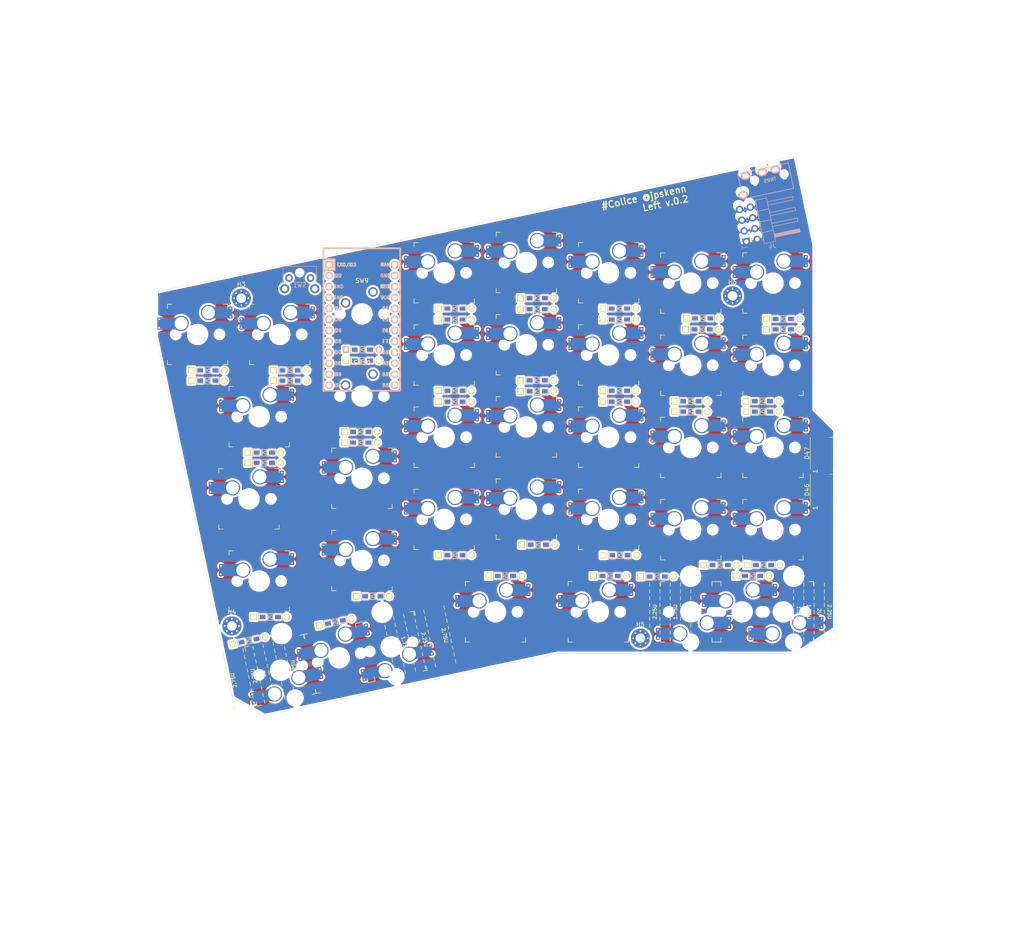
<source format=kicad_pcb>
(kicad_pcb (version 20171130) (host pcbnew "(5.1.5-0-10_14)")
  (layers (0 F.Cu signal) (31 B.Cu signal) (34 B.Paste user) (35 F.Paste user) (36 B.SilkS user) (37 F.SilkS user) (38 B.Mask user) (39 F.Mask user) (44 Edge.Cuts user))
  (net 0 "")
  (net 1 pin6)
  (net 2 pin1)
  (net 3 pin2)
  (net 4 pin3)
  (net 5 pin4)
  (net 6 pin5)
  (net 7 pin7)
  (net 8 "Net-(D8-Pad2)")
  (net 9 "Net-(D9-Pad2)")
  (net 10 "Net-(D11-Pad2)")
  (net 11 "Net-(D12-Pad2)")
  (net 12 pin8)
  (net 13 "Net-(D14-Pad2)")
  (net 14 "Net-(D17-Pad2)")
  (net 15 "Net-(D18-Pad2)")
  (net 16 pin9)
  (net 17 "Net-(D20-Pad2)")
  (net 18 "Net-(D21-Pad2)")
  (net 19 "Net-(D23-Pad2)")
  (net 20 "Net-(D24-Pad2)")
  (net 21 pin10)
  (net 22 "Net-(D26-Pad2)")
  (net 23 "Net-(D27-Pad2)")
  (net 24 "Net-(D29-Pad2)")
  (net 25 "Net-(D30-Pad2)")
  (net 26 "Net-(D32-Pad2)")
  (net 27 "Net-(D33-Pad2)")
  (net 28 "Net-(D35-Pad2)")
  (net 29 "Net-(D36-Pad2)")
  (net 30 "Net-(D38-Pad2)")
  (net 31 "Net-(D41-Pad2)")
  (net 32 "Net-(D42-Pad2)")
  (net 33 "Net-(D44-Pad2)")
  (net 34 "Net-(D45-Pad2)")
  (net 35 "Net-(D46-Pad2)")
  (net 36 "Net-(D47-Pad2)")
  (net 37 data)
  (net 38 led)
  (net 39 GND1)
  (net 40 VCC)
  (net 41 "Net-(J3-PadA)")
  (net 42 "Net-(J4-Pad6)")
  (net 43 "Net-(J4-Pad7)")
  (net 44 "Net-(J4-Pad8)")
  (net 45 reset)
  (net 46 "Net-(U1-Pad24)")
  (net 47 "Net-(D1-Pad1)")
  (net 48 "Net-(D2-Pad2)")
  (net 49 "Net-(D5-Pad2)")
  (net 50 "Net-(D6-Pad2)")
  (net 51 "Net-(D7-Pad2)")
  (net 52 "Net-(D13-Pad2)")
  (net 53 "Net-(D19-Pad2)")
  (net 54 "Net-(D25-Pad2)")
  (net 55 "Net-(D31-Pad2)")
  (net 56 "Net-(D37-Pad2)")
  (net 57 "Net-(D43-Pad2)")
  (net 58 "Net-(D3-Pad2)")
  (net 59 "Net-(D4-Pad1)")
  (net 60 "Net-(D10-Pad1)")
  (net 61 "Net-(D16-Pad1)")
  (net 62 "Net-(D22-Pad1)")
  (net 63 "Net-(D28-Pad1)")
  (net 64 "Net-(D34-Pad1)")
  (net 65 "Net-(U1-Pad5)")
  (net 66 "Net-(U1-Pad6)")
  (net 67 "Net-(U1-Pad7)")
  (net 68 "Net-(U1-Pad18)")
  (net 69 "Net-(U1-Pad19)")
  (net 70 "Net-(U1-Pad20)")
  (net 71 "Net-(D40-Pad1)")
  (module SMK_SU120:D3_TH_SMD (layer F.Cu) (at 162.306 70.104)
    (fp_text reference D34 hide)
    (fp_text value D hide)
    (pad 1 smd rect (at -1.775 0) (size 1.3 0.95) (layers F.Cu F.Paste F.Mask) (net 64 "Net-(D34-Pad1)"))
    (pad 2 smd rect (at 1.775 0) (size 1.3 0.95) (layers B.Cu B.Paste B.Mask) (net 5 pin4))
    (pad 1 smd rect (at -1.775 0) (size 1.3 0.95) (layers B.Cu B.Paste B.Mask) (net 64 "Net-(D34-Pad1)"))
    (pad 1 thru_hole rect (at -3.81 0) (size 1.397 1.397) (drill 0.8128) (layers *.Cu *.Mask F.SilkS) (net 64 "Net-(D34-Pad1)"))
    (pad 2 thru_hole circle (at 3.81 0) (size 1.397 1.397) (drill 0.8128) (layers *.Cu *.Mask F.SilkS) (net 5 pin4))
    (pad 2 smd rect (at 1.775 0) (size 1.3 0.95) (layers F.Cu F.Paste F.Mask) (net 5 pin4))
  )
  (module SMK_keebio:ArduinoProMicro (layer F.Cu) (at 83.312 71.628 270)
    (fp_text reference U1 hide)
    (fp_text value ProMicro hide)
    (fp_text user D2 (at -11.43 5.461) (layer B.SilkS) (effects (font (size 0.8 0.8)) (justify mirror)))
    (fp_text user D0 (at -1.27 5.461) (layer B.SilkS) (effects (font (size 0.8 0.8)) (justify mirror)))
    (fp_text user D1 (at -3.81 5.461) (layer B.SilkS) (effects (font (size 0.8 0.8)) (justify mirror)))
    (fp_text user GND (at -6.35 5.461) (layer B.SilkS) (effects (font (size 0.8 0.8)) (justify mirror)))
    (fp_text user GND (at -8.89 5.461) (layer B.SilkS) (effects (font (size 0.8 0.8)) (justify mirror)))
    (fp_text user D4 (at 1.27 5.461) (layer B.SilkS) (effects (font (size 0.8 0.8)) (justify mirror)))
    (fp_text user C6 (at 3.81 5.461) (layer B.SilkS) (effects (font (size 0.8 0.8)) (justify mirror)))
    (fp_text user D7 (at 6.35 5.461) (layer B.SilkS) (effects (font (size 0.8 0.8)) (justify mirror)))
    (fp_text user E6 (at 8.89 5.461) (layer B.SilkS) (effects (font (size 0.8 0.8)) (justify mirror)))
    (fp_text user B4 (at 11.43 5.461) (layer B.SilkS) (effects (font (size 0.8 0.8)) (justify mirror)))
    (fp_text user B5 (at 13.97 5.461) (layer B.SilkS) (effects (font (size 0.8 0.8)) (justify mirror)))
    (fp_text user B6 (at 13.97 -5.461) (layer B.SilkS) (effects (font (size 0.8 0.8)) (justify mirror)))
    (fp_text user B2 (at 11.43 -5.461) (layer F.SilkS) (effects (font (size 0.8 0.8))))
    (fp_text user B3 (at 8.89 -5.461) (layer B.SilkS) (effects (font (size 0.8 0.8)) (justify mirror)))
    (fp_text user B1 (at 6.35 -5.461) (layer B.SilkS) (effects (font (size 0.8 0.8)) (justify mirror)))
    (fp_text user F7 (at 3.81 -5.461) (layer F.SilkS) (effects (font (size 0.8 0.8))))
    (fp_text user F6 (at 1.27 -5.461) (layer F.SilkS) (effects (font (size 0.8 0.8))))
    (fp_text user F5 (at -1.27 -5.461) (layer F.SilkS) (effects (font (size 0.8 0.8))))
    (fp_text user F4 (at -3.81 -5.461) (layer B.SilkS) (effects (font (size 0.8 0.8)) (justify mirror)))
    (fp_text user VCC (at -6.35 -5.461) (layer B.SilkS) (effects (font (size 0.8 0.8)) (justify mirror)))
    (fp_text user GND (at -11.43 -5.461) (layer B.SilkS) (effects (font (size 0.8 0.8)) (justify mirror)))
    (fp_text user RAW (at -13.97 -5.461) (layer B.SilkS) (effects (font (size 0.8 0.8)) (justify mirror)))
    (fp_text user RAW (at -13.97 -5.461) (layer F.SilkS) (effects (font (size 0.8 0.8))))
    (fp_text user GND (at -11.43 -5.461) (layer F.SilkS) (effects (font (size 0.8 0.8))))
    (fp_text user ST (at -8.92 -5.73312) (layer F.SilkS) (effects (font (size 0.8 0.8))))
    (fp_text user VCC (at -6.35 -5.461) (layer F.SilkS) (effects (font (size 0.8 0.8))))
    (fp_text user F4 (at -3.81 -5.461) (layer F.SilkS) (effects (font (size 0.8 0.8))))
    (fp_text user F5 (at -1.27 -5.461) (layer B.SilkS) (effects (font (size 0.8 0.8)) (justify mirror)))
    (fp_text user F6 (at 1.27 -5.461) (layer B.SilkS) (effects (font (size 0.8 0.8)) (justify mirror)))
    (fp_text user F7 (at 3.81 -5.461) (layer B.SilkS) (effects (font (size 0.8 0.8)) (justify mirror)))
    (fp_text user B1 (at 6.35 -5.461) (layer F.SilkS) (effects (font (size 0.8 0.8))))
    (fp_text user B3 (at 8.89 -5.461) (layer F.SilkS) (effects (font (size 0.8 0.8))))
    (fp_text user B2 (at 11.43 -5.461) (layer B.SilkS) (effects (font (size 0.8 0.8)) (justify mirror)))
    (fp_text user B6 (at 13.97 -5.461) (layer F.SilkS) (effects (font (size 0.8 0.8))))
    (fp_text user B5 (at 13.97 5.461) (layer F.SilkS) (effects (font (size 0.8 0.8))))
    (fp_text user B4 (at 11.43 5.461) (layer F.SilkS) (effects (font (size 0.8 0.8))))
    (fp_text user E6 (at 8.89 5.461) (layer F.SilkS) (effects (font (size 0.8 0.8))))
    (fp_text user D7 (at 6.35 5.461) (layer F.SilkS) (effects (font (size 0.8 0.8))))
    (fp_text user C6 (at 3.81 5.461) (layer F.SilkS) (effects (font (size 0.8 0.8))))
    (fp_text user D4 (at 1.27 5.461) (layer F.SilkS) (effects (font (size 0.8 0.8))))
    (fp_text user GND (at -8.89 5.461) (layer F.SilkS) (effects (font (size 0.8 0.8))))
    (fp_text user GND (at -6.35 5.461) (layer F.SilkS) (effects (font (size 0.8 0.8))))
    (fp_text user D1 (at -3.81 5.461) (layer F.SilkS) (effects (font (size 0.8 0.8))))
    (fp_text user D0 (at -1.27 5.461) (layer F.SilkS) (effects (font (size 0.8 0.8))))
    (fp_text user D2 (at -11.43 5.461) (layer F.SilkS) (effects (font (size 0.8 0.8))))
    (fp_text user TX0/D3 (at -13.97 3.571872) (layer B.SilkS) (effects (font (size 0.8 0.8)) (justify mirror)))
    (fp_text user TX0/D3 (at -13.97 3.571872) (layer F.SilkS) (effects (font (size 0.8 0.8))))
    (fp_text user ST (at -8.91 -5.04) (layer B.SilkS) (effects (font (size 0.8 0.8)) (justify mirror)))
    (pad 1 thru_hole rect (at -13.97 7.62 270) (size 1.7526 1.7526) (drill 1.0922) (layers *.Cu *.SilkS *.Mask) (net 38 led))
    (pad 2 thru_hole circle (at -11.43 7.62 270) (size 1.7526 1.7526) (drill 1.0922) (layers *.Cu *.SilkS *.Mask) (net 37 data))
    (pad 3 thru_hole circle (at -8.89 7.62 270) (size 1.7526 1.7526) (drill 1.0922) (layers *.Cu *.SilkS *.Mask) (net 39 GND1))
    (pad 4 thru_hole circle (at -6.35 7.62 270) (size 1.7526 1.7526) (drill 1.0922) (layers *.Cu *.SilkS *.Mask) (net 39 GND1))
    (pad 5 thru_hole circle (at -3.81 7.62 270) (size 1.7526 1.7526) (drill 1.0922) (layers *.Cu *.SilkS *.Mask) (net 65 "Net-(U1-Pad5)"))
    (pad 6 thru_hole circle (at -1.27 7.62 270) (size 1.7526 1.7526) (drill 1.0922) (layers *.Cu *.SilkS *.Mask) (net 66 "Net-(U1-Pad6)"))
    (pad 7 thru_hole circle (at 1.27 7.62 270) (size 1.7526 1.7526) (drill 1.0922) (layers *.Cu *.SilkS *.Mask) (net 67 "Net-(U1-Pad7)"))
    (pad 8 thru_hole circle (at 3.81 7.62 270) (size 1.7526 1.7526) (drill 1.0922) (layers *.Cu *.SilkS *.Mask) (net 1 pin6))
    (pad 9 thru_hole circle (at 6.35 7.62 270) (size 1.7526 1.7526) (drill 1.0922) (layers *.Cu *.SilkS *.Mask) (net 7 pin7))
    (pad 10 thru_hole circle (at 8.89 7.62 270) (size 1.7526 1.7526) (drill 1.0922) (layers *.Cu *.SilkS *.Mask) (net 12 pin8))
    (pad 11 thru_hole circle (at 11.43 7.62 270) (size 1.7526 1.7526) (drill 1.0922) (layers *.Cu *.SilkS *.Mask) (net 16 pin9))
    (pad 13 thru_hole circle (at 13.97 -7.62 270) (size 1.7526 1.7526) (drill 1.0922) (layers *.Cu *.SilkS *.Mask) (net 6 pin5))
    (pad 14 thru_hole circle (at 11.43 -7.62 270) (size 1.7526 1.7526) (drill 1.0922) (layers *.Cu *.SilkS *.Mask) (net 5 pin4))
    (pad 15 thru_hole circle (at 8.89 -7.62 270) (size 1.7526 1.7526) (drill 1.0922) (layers *.Cu *.SilkS *.Mask) (net 4 pin3))
    (pad 16 thru_hole circle (at 6.35 -7.62 270) (size 1.7526 1.7526) (drill 1.0922) (layers *.Cu *.SilkS *.Mask) (net 3 pin2))
    (pad 17 thru_hole circle (at 3.81 -7.62 270) (size 1.7526 1.7526) (drill 1.0922) (layers *.Cu *.SilkS *.Mask) (net 2 pin1))
    (pad 18 thru_hole circle (at 1.27 -7.62 270) (size 1.7526 1.7526) (drill 1.0922) (layers *.Cu *.SilkS *.Mask) (net 68 "Net-(U1-Pad18)"))
    (pad 19 thru_hole circle (at -1.27 -7.62 270) (size 1.7526 1.7526) (drill 1.0922) (layers *.Cu *.SilkS *.Mask) (net 69 "Net-(U1-Pad19)"))
    (pad 20 thru_hole circle (at -3.81 -7.62 270) (size 1.7526 1.7526) (drill 1.0922) (layers *.Cu *.SilkS *.Mask) (net 70 "Net-(U1-Pad20)"))
    (pad 21 thru_hole circle (at -6.35 -7.62 270) (size 1.7526 1.7526) (drill 1.0922) (layers *.Cu *.SilkS *.Mask) (net 40 VCC))
    (pad 22 thru_hole circle (at -8.89 -7.62 270) (size 1.7526 1.7526) (drill 1.0922) (layers *.Cu *.SilkS *.Mask) (net 45 reset))
    (pad 23 thru_hole circle (at -11.43 -7.62 270) (size 1.7526 1.7526) (drill 1.0922) (layers *.Cu *.SilkS *.Mask) (net 39 GND1))
    (pad 12 thru_hole circle (at 13.97 7.62 270) (size 1.7526 1.7526) (drill 1.0922) (layers *.Cu *.SilkS *.Mask) (net 21 pin10))
    (pad 24 thru_hole circle (at -13.97 -7.62 270) (size 1.7526 1.7526) (drill 1.0922) (layers *.Cu *.SilkS *.Mask) (net 46 "Net-(U1-Pad24)"))
  )
  (module SMK_SU120:D3_TH_SMD (layer F.Cu) (at 180.975 70.231)
    (fp_text reference D40 hide)
    (fp_text value D hide)
    (pad 2 smd rect (at 1.775 0) (size 1.3 0.95) (layers F.Cu F.Paste F.Mask) (net 6 pin5))
    (pad 2 thru_hole circle (at 3.81 0) (size 1.397 1.397) (drill 0.8128) (layers *.Cu *.Mask F.SilkS) (net 6 pin5))
    (pad 1 thru_hole rect (at -3.81 0) (size 1.397 1.397) (drill 0.8128) (layers *.Cu *.Mask F.SilkS) (net 71 "Net-(D40-Pad1)"))
    (pad 1 smd rect (at -1.775 0) (size 1.3 0.95) (layers B.Cu B.Paste B.Mask) (net 71 "Net-(D40-Pad1)"))
    (pad 2 smd rect (at 1.775 0) (size 1.3 0.95) (layers B.Cu B.Paste B.Mask) (net 6 pin5))
    (pad 1 smd rect (at -1.775 0) (size 1.3 0.95) (layers F.Cu F.Paste F.Mask) (net 71 "Net-(D40-Pad1)"))
  )
  (module SMK_SU120:D3_TH_SMD (layer F.Cu) (at 60.706 101.20355)
    (fp_text reference D6 hide)
    (fp_text value D hide)
    (pad 2 smd rect (at 1.775 0) (size 1.3 0.95) (layers F.Cu F.Paste F.Mask) (net 50 "Net-(D6-Pad2)"))
    (pad 2 thru_hole circle (at 3.81 0) (size 1.397 1.397) (drill 0.8128) (layers *.Cu *.Mask F.SilkS) (net 50 "Net-(D6-Pad2)"))
    (pad 1 thru_hole rect (at -3.81 0) (size 1.397 1.397) (drill 0.8128) (layers *.Cu *.Mask F.SilkS) (net 3 pin2))
    (pad 1 smd rect (at -1.775 0) (size 1.3 0.95) (layers B.Cu B.Paste B.Mask) (net 3 pin2))
    (pad 2 smd rect (at 1.775 0) (size 1.3 0.95) (layers B.Cu B.Paste B.Mask) (net 50 "Net-(D6-Pad2)"))
    (pad 1 smd rect (at -1.775 0) (size 1.3 0.95) (layers F.Cu F.Paste F.Mask) (net 3 pin2))
  )
  (module SMK_foostan:CherryMX_Hotswap_v2 (layer F.Cu) (at 78.074656 148.752598 12)
    (fp_text reference SW8)
    (fp_text value SW_Push)
    (pad 2 thru_hole circle (at 2.54 -5.08 12) (size 3.5 3.5) (drill 3) (layers *.Cu) (net 9 "Net-(D9-Pad2)"))
    (pad "" np_thru_hole circle (at 0 0 12) (size 3.9878 3.9878) (drill 3.9878) (layers *.Cu *.Mask))
    (pad 1 thru_hole circle (at -3.81 -2.54 12) (size 3.5 3.5) (drill 3) (layers *.Cu) (net 59 "Net-(D4-Pad1)"))
    (pad "" np_thru_hole circle (at -5.08 0 60.0996) (size 1.75 1.75) (drill 1.75) (layers *.Cu *.Mask))
    (pad "" np_thru_hole circle (at 5.08 0 60.0996) (size 1.75 1.75) (drill 1.75) (layers *.Cu *.Mask))
    (pad 1 smd rect (at -7.084999 -2.54 12) (size 2.55 2.8) (layers B.Cu B.Paste B.Mask) (net 59 "Net-(D4-Pad1)"))
    (pad 2 smd rect (at 5.815 -5.08 12) (size 2.55 2.8) (layers B.Cu B.Paste B.Mask) (net 9 "Net-(D9-Pad2)"))
    (pad 1 thru_hole circle (at -8.89 -3.502 12) (size 0.8 0.8) (drill 0.4) (layers *.Cu) (net 59 "Net-(D4-Pad1)"))
    (pad 2 thru_hole circle (at 7.62 -6.042 12) (size 0.8 0.8) (drill 0.4) (layers *.Cu) (net 9 "Net-(D9-Pad2)"))
    (pad 1 thru_hole circle (at -8.89 -1.578 12) (size 0.8 0.8) (drill 0.4) (layers *.Cu) (net 59 "Net-(D4-Pad1)"))
    (pad 2 thru_hole circle (at 7.62 -4.118 12) (size 0.8 0.8) (drill 0.4) (layers *.Cu) (net 9 "Net-(D9-Pad2)"))
    (pad 1 smd rect (at -7.085 -2.54 12) (size 4.5 2.8) (layers B.Cu) (net 59 "Net-(D4-Pad1)"))
    (pad 2 smd rect (at 5.842 -5.08 12) (size 4.5 2.8) (layers B.Cu) (net 9 "Net-(D9-Pad2)"))
  )
  (module SMK_SU120:CherryMX_MidHeight_Choc_Hotswap_2.75U_Outline (layer F.Cu) (at 78.074656 148.752598 192)
    (fp_text reference H2 hide)
    (fp_text value MountingHole hide)
    (fp_text user 2.75U (at -25.003125 0 282 unlocked) (layer F.SilkS) (effects (font (size 0.8 0.8))))
    (fp_text user 2.25U (at -20.240625 0 282 unlocked) (layer F.SilkS) (effects (font (size 0.8 0.8))))
    (fp_text user 2U (at -17.859375 0 282 unlocked) (layer F.SilkS) (effects (font (size 0.8 0.8))))
    (fp_text user 1.75U (at -15.478125 0 282 unlocked) (layer F.SilkS) (effects (font (size 0.8 0.8))))
    (fp_text user 1.5U (at -13.096875 0 282 unlocked) (layer F.SilkS) (effects (font (size 0.8 0.8))))
    (fp_text user 1.25U (at -10.715625 0 282 unlocked) (layer F.SilkS) (effects (font (size 0.8 0.8))))
    (fp_text user 2.75U (at 25.003125 0 102 unlocked) (layer F.SilkS) (effects (font (size 0.8 0.8))))
    (fp_text user 2.25U (at 20.240625 0 102 unlocked) (layer F.SilkS) (effects (font (size 0.8 0.8))))
    (fp_text user 2U (at 17.859375 0 102 unlocked) (layer F.SilkS) (effects (font (size 0.8 0.8))))
    (fp_text user 1.5U (at 13.096875 0 102 unlocked) (layer F.SilkS) (effects (font (size 0.8 0.8))))
    (fp_text user 1.75U (at 15.478125 0 102 unlocked) (layer F.SilkS) (effects (font (size 0.8 0.8))))
    (fp_text user 1.25U (at 10.715625 0 102 unlocked) (layer F.SilkS) (effects (font (size 0.8 0.8))))
    (pad "" np_thru_hole circle (at 11.938 8.255 192) (size 3.9878 3.9878) (drill 3.9878) (layers *.Cu *.Mask))
    (pad "" np_thru_hole circle (at -11.938 8.255 192) (size 3.9878 3.9878) (drill 3.9878) (layers *.Cu *.Mask))
    (pad "" np_thru_hole circle (at 11.938 -6.985 192) (size 3.048 3.048) (drill 3.048) (layers *.Cu *.Mask))
    (pad "" np_thru_hole circle (at -11.938 -6.985 192) (size 3.048 3.048) (drill 3.048) (layers *.Cu *.Mask))
  )
  (module SMK_SU120:D3_TH_SMD (layer F.Cu) (at 104.902 67.818)
    (fp_text reference D16 hide)
    (fp_text value D hide)
    (pad 2 smd rect (at 1.775 0) (size 1.3 0.95) (layers F.Cu F.Paste F.Mask) (net 2 pin1))
    (pad 2 thru_hole circle (at 3.81 0) (size 1.397 1.397) (drill 0.8128) (layers *.Cu *.Mask F.SilkS) (net 2 pin1))
    (pad 1 thru_hole rect (at -3.81 0) (size 1.397 1.397) (drill 0.8128) (layers *.Cu *.Mask F.SilkS) (net 61 "Net-(D16-Pad1)"))
    (pad 1 smd rect (at -1.775 0) (size 1.3 0.95) (layers B.Cu B.Paste B.Mask) (net 61 "Net-(D16-Pad1)"))
    (pad 2 smd rect (at 1.775 0) (size 1.3 0.95) (layers B.Cu B.Paste B.Mask) (net 2 pin1))
    (pad 1 smd rect (at -1.775 0) (size 1.3 0.95) (layers F.Cu F.Paste F.Mask) (net 61 "Net-(D16-Pad1)"))
  )
  (module SMK_SU120:D3_TH_SMD (layer F.Cu) (at 83.439 79.883)
    (fp_text reference D11 hide)
    (fp_text value D hide)
    (pad 2 smd rect (at 1.775 0) (size 1.3 0.95) (layers F.Cu F.Paste F.Mask) (net 10 "Net-(D11-Pad2)"))
    (pad 2 thru_hole circle (at 3.81 0) (size 1.397 1.397) (drill 0.8128) (layers *.Cu *.Mask F.SilkS) (net 10 "Net-(D11-Pad2)"))
    (pad 1 thru_hole rect (at -3.81 0) (size 1.397 1.397) (drill 0.8128) (layers *.Cu *.Mask F.SilkS) (net 2 pin1))
    (pad 1 smd rect (at -1.775 0) (size 1.3 0.95) (layers B.Cu B.Paste B.Mask) (net 2 pin1))
    (pad 2 smd rect (at 1.775 0) (size 1.3 0.95) (layers B.Cu B.Paste B.Mask) (net 10 "Net-(D11-Pad2)"))
    (pad 1 smd rect (at -1.775 0) (size 1.3 0.95) (layers F.Cu F.Paste F.Mask) (net 2 pin1))
  )
  (module SMK_foostan:CherryMX_Hotswap_v2 (layer F.Cu) (at 45.24375 73.81906)
    (fp_text reference SW2)
    (fp_text value SW_Push)
    (pad 2 thru_hole circle (at 2.54 -5.08) (size 3.5 3.5) (drill 3) (layers *.Cu) (net 48 "Net-(D2-Pad2)"))
    (pad "" np_thru_hole circle (at 0 0) (size 3.9878 3.9878) (drill 3.9878) (layers *.Cu *.Mask))
    (pad 1 thru_hole circle (at -3.81 -2.54) (size 3.5 3.5) (drill 3) (layers *.Cu) (net 47 "Net-(D1-Pad1)"))
    (pad "" np_thru_hole circle (at -5.08 0 48.0996) (size 1.75 1.75) (drill 1.75) (layers *.Cu *.Mask))
    (pad "" np_thru_hole circle (at 5.08 0 48.0996) (size 1.75 1.75) (drill 1.75) (layers *.Cu *.Mask))
    (pad 1 smd rect (at -7.085 -2.54) (size 2.55 2.8) (layers B.Cu B.Paste B.Mask) (net 47 "Net-(D1-Pad1)"))
    (pad 2 smd rect (at 5.815 -5.08) (size 2.55 2.8) (layers B.Cu B.Paste B.Mask) (net 48 "Net-(D2-Pad2)"))
    (pad 1 thru_hole circle (at -8.89 -3.502) (size 0.8 0.8) (drill 0.4) (layers *.Cu) (net 47 "Net-(D1-Pad1)"))
    (pad 2 thru_hole circle (at 7.62 -6.042) (size 0.8 0.8) (drill 0.4) (layers *.Cu) (net 48 "Net-(D2-Pad2)"))
    (pad 1 thru_hole circle (at -8.89 -1.578) (size 0.8 0.8) (drill 0.4) (layers *.Cu) (net 47 "Net-(D1-Pad1)"))
    (pad 2 thru_hole circle (at 7.62 -4.118) (size 0.8 0.8) (drill 0.4) (layers *.Cu) (net 48 "Net-(D2-Pad2)"))
    (pad 1 smd rect (at -7.085 -2.54) (size 4.5 2.8) (layers B.Cu) (net 47 "Net-(D1-Pad1)"))
    (pad 2 smd rect (at 5.842 -5.08) (size 4.5 2.8) (layers B.Cu) (net 48 "Net-(D2-Pad2)"))
  )
  (module SMK_SU120:D3_TH_SMD (layer F.Cu) (at 47.625 82.15347)
    (fp_text reference D1 hide)
    (fp_text value D hide)
    (pad 2 smd rect (at 1.775 0) (size 1.3 0.95) (layers F.Cu F.Paste F.Mask) (net 12 pin8))
    (pad 2 thru_hole circle (at 3.81 0) (size 1.397 1.397) (drill 0.8128) (layers *.Cu *.Mask F.SilkS) (net 12 pin8))
    (pad 1 thru_hole rect (at -3.81 0) (size 1.397 1.397) (drill 0.8128) (layers *.Cu *.Mask F.SilkS) (net 47 "Net-(D1-Pad1)"))
    (pad 1 smd rect (at -1.775 0) (size 1.3 0.95) (layers B.Cu B.Paste B.Mask) (net 47 "Net-(D1-Pad1)"))
    (pad 2 smd rect (at 1.775 0) (size 1.3 0.95) (layers B.Cu B.Paste B.Mask) (net 12 pin8))
    (pad 1 smd rect (at -1.775 0) (size 1.3 0.95) (layers F.Cu F.Paste F.Mask) (net 47 "Net-(D1-Pad1)"))
  )
  (module SMK_SU120:D3_TH_SMD (layer F.Cu) (at 47.625 84.53473)
    (fp_text reference D2 hide)
    (fp_text value D hide)
    (pad 2 smd rect (at 1.775 0) (size 1.3 0.95) (layers F.Cu F.Paste F.Mask) (net 48 "Net-(D2-Pad2)"))
    (pad 2 thru_hole circle (at 3.81 0) (size 1.397 1.397) (drill 0.8128) (layers *.Cu *.Mask F.SilkS) (net 48 "Net-(D2-Pad2)"))
    (pad 1 thru_hole rect (at -3.81 0) (size 1.397 1.397) (drill 0.8128) (layers *.Cu *.Mask F.SilkS) (net 2 pin1))
    (pad 1 smd rect (at -1.775 0) (size 1.3 0.95) (layers B.Cu B.Paste B.Mask) (net 2 pin1))
    (pad 2 smd rect (at 1.775 0) (size 1.3 0.95) (layers B.Cu B.Paste B.Mask) (net 48 "Net-(D2-Pad2)"))
    (pad 1 smd rect (at -1.775 0) (size 1.3 0.95) (layers F.Cu F.Paste F.Mask) (net 2 pin1))
  )
  (module SMK_SU120:D3_TH_SMD (layer F.Cu) (at 66.675 82.15347)
    (fp_text reference D4 hide)
    (fp_text value D hide)
    (pad 1 smd rect (at -1.775 0) (size 1.3 0.95) (layers F.Cu F.Paste F.Mask) (net 59 "Net-(D4-Pad1)"))
    (pad 2 smd rect (at 1.775 0) (size 1.3 0.95) (layers B.Cu B.Paste B.Mask) (net 16 pin9))
    (pad 1 smd rect (at -1.775 0) (size 1.3 0.95) (layers B.Cu B.Paste B.Mask) (net 59 "Net-(D4-Pad1)"))
    (pad 1 thru_hole rect (at -3.81 0) (size 1.397 1.397) (drill 0.8128) (layers *.Cu *.Mask F.SilkS) (net 59 "Net-(D4-Pad1)"))
    (pad 2 thru_hole circle (at 3.81 0) (size 1.397 1.397) (drill 0.8128) (layers *.Cu *.Mask F.SilkS) (net 16 pin9))
    (pad 2 smd rect (at 1.775 0) (size 1.3 0.95) (layers F.Cu F.Paste F.Mask) (net 16 pin9))
  )
  (module SMK_SU120:D3_TH_SMD (layer F.Cu) (at 66.675 84.53473)
    (fp_text reference D5 hide)
    (fp_text value D hide)
    (pad 2 smd rect (at 1.775 0) (size 1.3 0.95) (layers F.Cu F.Paste F.Mask) (net 49 "Net-(D5-Pad2)"))
    (pad 2 thru_hole circle (at 3.81 0) (size 1.397 1.397) (drill 0.8128) (layers *.Cu *.Mask F.SilkS) (net 49 "Net-(D5-Pad2)"))
    (pad 1 thru_hole rect (at -3.81 0) (size 1.397 1.397) (drill 0.8128) (layers *.Cu *.Mask F.SilkS) (net 2 pin1))
    (pad 1 smd rect (at -1.775 0) (size 1.3 0.95) (layers B.Cu B.Paste B.Mask) (net 2 pin1))
    (pad 2 smd rect (at 1.775 0) (size 1.3 0.95) (layers B.Cu B.Paste B.Mask) (net 49 "Net-(D5-Pad2)"))
    (pad 1 smd rect (at -1.775 0) (size 1.3 0.95) (layers F.Cu F.Paste F.Mask) (net 2 pin1))
  )
  (module SMK_SU120:D3_TH_SMD (layer F.Cu) (at 60.706 103.58481)
    (fp_text reference D7 hide)
    (fp_text value D hide)
    (pad 2 smd rect (at 1.775 0) (size 1.3 0.95) (layers F.Cu F.Paste F.Mask) (net 51 "Net-(D7-Pad2)"))
    (pad 2 thru_hole circle (at 3.81 0) (size 1.397 1.397) (drill 0.8128) (layers *.Cu *.Mask F.SilkS) (net 51 "Net-(D7-Pad2)"))
    (pad 1 thru_hole rect (at -3.81 0) (size 1.397 1.397) (drill 0.8128) (layers *.Cu *.Mask F.SilkS) (net 4 pin3))
    (pad 1 smd rect (at -1.775 0) (size 1.3 0.95) (layers B.Cu B.Paste B.Mask) (net 4 pin3))
    (pad 2 smd rect (at 1.775 0) (size 1.3 0.95) (layers B.Cu B.Paste B.Mask) (net 51 "Net-(D7-Pad2)"))
    (pad 1 smd rect (at -1.775 0) (size 1.3 0.95) (layers F.Cu F.Paste F.Mask) (net 4 pin3))
  )
  (module SMK_SU120:D3_TH_SMD (layer F.Cu) (at 62.103 139.30371)
    (fp_text reference D8 hide)
    (fp_text value D hide)
    (pad 2 smd rect (at 1.775 0) (size 1.3 0.95) (layers F.Cu F.Paste F.Mask) (net 8 "Net-(D8-Pad2)"))
    (pad 2 thru_hole circle (at 3.81 0) (size 1.397 1.397) (drill 0.8128) (layers *.Cu *.Mask F.SilkS) (net 8 "Net-(D8-Pad2)"))
    (pad 1 thru_hole rect (at -3.81 0) (size 1.397 1.397) (drill 0.8128) (layers *.Cu *.Mask F.SilkS) (net 5 pin4))
    (pad 1 smd rect (at -1.775 0) (size 1.3 0.95) (layers B.Cu B.Paste B.Mask) (net 5 pin4))
    (pad 2 smd rect (at 1.775 0) (size 1.3 0.95) (layers B.Cu B.Paste B.Mask) (net 8 "Net-(D8-Pad2)"))
    (pad 1 smd rect (at -1.775 0) (size 1.3 0.95) (layers F.Cu F.Paste F.Mask) (net 5 pin4))
  )
  (module SMK_SU120:D3_TH_SMD (layer F.Cu) (at 77.1906 140.462 12)
    (fp_text reference D9 hide)
    (fp_text value D hide)
    (pad 2 smd rect (at 1.775 0 12) (size 1.3 0.95) (layers F.Cu F.Paste F.Mask) (net 9 "Net-(D9-Pad2)"))
    (pad 2 thru_hole circle (at 3.81 0 12) (size 1.397 1.397) (drill 0.8128) (layers *.Cu *.Mask F.SilkS) (net 9 "Net-(D9-Pad2)"))
    (pad 1 thru_hole rect (at -3.81 0 12) (size 1.397 1.397) (drill 0.8128) (layers *.Cu *.Mask F.SilkS) (net 6 pin5))
    (pad 1 smd rect (at -1.775 0 12) (size 1.3 0.95) (layers B.Cu B.Paste B.Mask) (net 6 pin5))
    (pad 2 smd rect (at 1.775 0 12) (size 1.3 0.95) (layers B.Cu B.Paste B.Mask) (net 9 "Net-(D9-Pad2)"))
    (pad 1 smd rect (at -1.775 0 12) (size 1.3 0.95) (layers F.Cu F.Paste F.Mask) (net 6 pin5))
  )
  (module SMK_SU120:D3_TH_SMD (layer B.Cu) (at 83.439 77.343)
    (fp_text reference D10 hide)
    (fp_text value D hide)
    (pad 2 smd rect (at 1.775 0) (size 1.3 0.95) (layers B.Cu B.Paste B.Mask) (net 21 pin10))
    (pad 2 thru_hole circle (at 3.81 0) (size 1.397 1.397) (drill 0.8128) (layers *.Cu *.Mask B.SilkS) (net 21 pin10))
    (pad 1 thru_hole rect (at -3.81 0) (size 1.397 1.397) (drill 0.8128) (layers *.Cu *.Mask B.SilkS) (net 60 "Net-(D10-Pad1)"))
    (pad 1 smd rect (at -1.775 0) (size 1.3 0.95) (layers F.Cu F.Paste F.Mask) (net 60 "Net-(D10-Pad1)"))
    (pad 2 smd rect (at 1.775 0) (size 1.3 0.95) (layers F.Cu F.Paste F.Mask) (net 21 pin10))
    (pad 1 smd rect (at -1.775 0) (size 1.3 0.95) (layers B.Cu B.Paste B.Mask) (net 60 "Net-(D10-Pad1)"))
  )
  (module SMK_SU120:D3_TH_SMD (layer F.Cu) (at 83.058 96.393)
    (fp_text reference D12 hide)
    (fp_text value D hide)
    (pad 2 smd rect (at 1.775 0) (size 1.3 0.95) (layers F.Cu F.Paste F.Mask) (net 11 "Net-(D12-Pad2)"))
    (pad 2 thru_hole circle (at 3.81 0) (size 1.397 1.397) (drill 0.8128) (layers *.Cu *.Mask F.SilkS) (net 11 "Net-(D12-Pad2)"))
    (pad 1 thru_hole rect (at -3.81 0) (size 1.397 1.397) (drill 0.8128) (layers *.Cu *.Mask F.SilkS) (net 3 pin2))
    (pad 1 smd rect (at -1.775 0) (size 1.3 0.95) (layers B.Cu B.Paste B.Mask) (net 3 pin2))
    (pad 2 smd rect (at 1.775 0) (size 1.3 0.95) (layers B.Cu B.Paste B.Mask) (net 11 "Net-(D12-Pad2)"))
    (pad 1 smd rect (at -1.775 0) (size 1.3 0.95) (layers F.Cu F.Paste F.Mask) (net 3 pin2))
  )
  (module SMK_SU120:D3_TH_SMD (layer F.Cu) (at 83.058 98.8695)
    (fp_text reference D13 hide)
    (fp_text value D hide)
    (pad 2 smd rect (at 1.775 0) (size 1.3 0.95) (layers F.Cu F.Paste F.Mask) (net 52 "Net-(D13-Pad2)"))
    (pad 2 thru_hole circle (at 3.81 0) (size 1.397 1.397) (drill 0.8128) (layers *.Cu *.Mask F.SilkS) (net 52 "Net-(D13-Pad2)"))
    (pad 1 thru_hole rect (at -3.81 0) (size 1.397 1.397) (drill 0.8128) (layers *.Cu *.Mask F.SilkS) (net 4 pin3))
    (pad 1 smd rect (at -1.775 0) (size 1.3 0.95) (layers B.Cu B.Paste B.Mask) (net 4 pin3))
    (pad 2 smd rect (at 1.775 0) (size 1.3 0.95) (layers B.Cu B.Paste B.Mask) (net 52 "Net-(D13-Pad2)"))
    (pad 1 smd rect (at -1.775 0) (size 1.3 0.95) (layers F.Cu F.Paste F.Mask) (net 4 pin3))
  )
  (module SMK_SU120:D3_TH_SMD (layer F.Cu) (at 85.852 134.493)
    (fp_text reference D14 hide)
    (fp_text value D hide)
    (pad 2 smd rect (at 1.775 0) (size 1.3 0.95) (layers F.Cu F.Paste F.Mask) (net 13 "Net-(D14-Pad2)"))
    (pad 2 thru_hole circle (at 3.81 0) (size 1.397 1.397) (drill 0.8128) (layers *.Cu *.Mask F.SilkS) (net 13 "Net-(D14-Pad2)"))
    (pad 1 thru_hole rect (at -3.81 0) (size 1.397 1.397) (drill 0.8128) (layers *.Cu *.Mask F.SilkS) (net 5 pin4))
    (pad 1 smd rect (at -1.775 0) (size 1.3 0.95) (layers B.Cu B.Paste B.Mask) (net 5 pin4))
    (pad 2 smd rect (at 1.775 0) (size 1.3 0.95) (layers B.Cu B.Paste B.Mask) (net 13 "Net-(D14-Pad2)"))
    (pad 1 smd rect (at -1.775 0) (size 1.3 0.95) (layers F.Cu F.Paste F.Mask) (net 5 pin4))
  )
  (module SMK_SU120:D3_TH_SMD (layer F.Cu) (at 104.902 70.358)
    (fp_text reference D17 hide)
    (fp_text value D hide)
    (pad 2 smd rect (at 1.775 0) (size 1.3 0.95) (layers F.Cu F.Paste F.Mask) (net 14 "Net-(D17-Pad2)"))
    (pad 2 thru_hole circle (at 3.81 0) (size 1.397 1.397) (drill 0.8128) (layers *.Cu *.Mask F.SilkS) (net 14 "Net-(D17-Pad2)"))
    (pad 1 thru_hole rect (at -3.81 0) (size 1.397 1.397) (drill 0.8128) (layers *.Cu *.Mask F.SilkS) (net 1 pin6))
    (pad 1 smd rect (at -1.775 0) (size 1.3 0.95) (layers B.Cu B.Paste B.Mask) (net 1 pin6))
    (pad 2 smd rect (at 1.775 0) (size 1.3 0.95) (layers B.Cu B.Paste B.Mask) (net 14 "Net-(D17-Pad2)"))
    (pad 1 smd rect (at -1.775 0) (size 1.3 0.95) (layers F.Cu F.Paste F.Mask) (net 1 pin6))
  )
  (module SMK_SU120:D3_TH_SMD (layer F.Cu) (at 104.902 86.868)
    (fp_text reference D18 hide)
    (fp_text value D hide)
    (pad 2 smd rect (at 1.775 0) (size 1.3 0.95) (layers F.Cu F.Paste F.Mask) (net 15 "Net-(D18-Pad2)"))
    (pad 2 thru_hole circle (at 3.81 0) (size 1.397 1.397) (drill 0.8128) (layers *.Cu *.Mask F.SilkS) (net 15 "Net-(D18-Pad2)"))
    (pad 1 thru_hole rect (at -3.81 0) (size 1.397 1.397) (drill 0.8128) (layers *.Cu *.Mask F.SilkS) (net 7 pin7))
    (pad 1 smd rect (at -1.775 0) (size 1.3 0.95) (layers B.Cu B.Paste B.Mask) (net 7 pin7))
    (pad 2 smd rect (at 1.775 0) (size 1.3 0.95) (layers B.Cu B.Paste B.Mask) (net 15 "Net-(D18-Pad2)"))
    (pad 1 smd rect (at -1.775 0) (size 1.3 0.95) (layers F.Cu F.Paste F.Mask) (net 7 pin7))
  )
  (module SMK_SU120:D3_TH_SMD (layer F.Cu) (at 104.902 89.408)
    (fp_text reference D19 hide)
    (fp_text value D hide)
    (pad 2 smd rect (at 1.775 0) (size 1.3 0.95) (layers F.Cu F.Paste F.Mask) (net 53 "Net-(D19-Pad2)"))
    (pad 2 thru_hole circle (at 3.81 0) (size 1.397 1.397) (drill 0.8128) (layers *.Cu *.Mask F.SilkS) (net 53 "Net-(D19-Pad2)"))
    (pad 1 thru_hole rect (at -3.81 0) (size 1.397 1.397) (drill 0.8128) (layers *.Cu *.Mask F.SilkS) (net 12 pin8))
    (pad 1 smd rect (at -1.775 0) (size 1.3 0.95) (layers B.Cu B.Paste B.Mask) (net 12 pin8))
    (pad 2 smd rect (at 1.775 0) (size 1.3 0.95) (layers B.Cu B.Paste B.Mask) (net 53 "Net-(D19-Pad2)"))
    (pad 1 smd rect (at -1.775 0) (size 1.3 0.95) (layers F.Cu F.Paste F.Mask) (net 12 pin8))
  )
  (module SMK_SU120:D3_TH_SMD (layer F.Cu) (at 104.902 124.968)
    (fp_text reference D20 hide)
    (fp_text value D hide)
    (pad 2 smd rect (at 1.775 0) (size 1.3 0.95) (layers F.Cu F.Paste F.Mask) (net 17 "Net-(D20-Pad2)"))
    (pad 2 thru_hole circle (at 3.81 0) (size 1.397 1.397) (drill 0.8128) (layers *.Cu *.Mask F.SilkS) (net 17 "Net-(D20-Pad2)"))
    (pad 1 thru_hole rect (at -3.81 0) (size 1.397 1.397) (drill 0.8128) (layers *.Cu *.Mask F.SilkS) (net 16 pin9))
    (pad 1 smd rect (at -1.775 0) (size 1.3 0.95) (layers B.Cu B.Paste B.Mask) (net 16 pin9))
    (pad 2 smd rect (at 1.775 0) (size 1.3 0.95) (layers B.Cu B.Paste B.Mask) (net 17 "Net-(D20-Pad2)"))
    (pad 1 smd rect (at -1.775 0) (size 1.3 0.95) (layers F.Cu F.Paste F.Mask) (net 16 pin9))
  )
  (module SMK_SU120:D3_TH_SMD (layer F.Cu) (at 116.586 129.794)
    (fp_text reference D21 hide)
    (fp_text value D hide)
    (pad 2 smd rect (at 1.775 0) (size 1.3 0.95) (layers F.Cu F.Paste F.Mask) (net 18 "Net-(D21-Pad2)"))
    (pad 2 thru_hole circle (at 3.81 0) (size 1.397 1.397) (drill 0.8128) (layers *.Cu *.Mask F.SilkS) (net 18 "Net-(D21-Pad2)"))
    (pad 1 thru_hole rect (at -3.81 0) (size 1.397 1.397) (drill 0.8128) (layers *.Cu *.Mask F.SilkS) (net 21 pin10))
    (pad 1 smd rect (at -1.775 0) (size 1.3 0.95) (layers B.Cu B.Paste B.Mask) (net 21 pin10))
    (pad 2 smd rect (at 1.775 0) (size 1.3 0.95) (layers B.Cu B.Paste B.Mask) (net 18 "Net-(D21-Pad2)"))
    (pad 1 smd rect (at -1.775 0) (size 1.3 0.95) (layers F.Cu F.Paste F.Mask) (net 21 pin10))
  )
  (module SMK_SU120:D3_TH_SMD (layer F.Cu) (at 123.952 65.405)
    (fp_text reference D22 hide)
    (fp_text value D hide)
    (pad 1 smd rect (at -1.775 0) (size 1.3 0.95) (layers F.Cu F.Paste F.Mask) (net 62 "Net-(D22-Pad1)"))
    (pad 2 smd rect (at 1.775 0) (size 1.3 0.95) (layers B.Cu B.Paste B.Mask) (net 3 pin2))
    (pad 1 smd rect (at -1.775 0) (size 1.3 0.95) (layers B.Cu B.Paste B.Mask) (net 62 "Net-(D22-Pad1)"))
    (pad 1 thru_hole rect (at -3.81 0) (size 1.397 1.397) (drill 0.8128) (layers *.Cu *.Mask F.SilkS) (net 62 "Net-(D22-Pad1)"))
    (pad 2 thru_hole circle (at 3.81 0) (size 1.397 1.397) (drill 0.8128) (layers *.Cu *.Mask F.SilkS) (net 3 pin2))
    (pad 2 smd rect (at 1.775 0) (size 1.3 0.95) (layers F.Cu F.Paste F.Mask) (net 3 pin2))
  )
  (module SMK_SU120:D3_TH_SMD (layer F.Cu) (at 123.952 67.945)
    (fp_text reference D23 hide)
    (fp_text value D hide)
    (pad 2 smd rect (at 1.775 0) (size 1.3 0.95) (layers F.Cu F.Paste F.Mask) (net 19 "Net-(D23-Pad2)"))
    (pad 2 thru_hole circle (at 3.81 0) (size 1.397 1.397) (drill 0.8128) (layers *.Cu *.Mask F.SilkS) (net 19 "Net-(D23-Pad2)"))
    (pad 1 thru_hole rect (at -3.81 0) (size 1.397 1.397) (drill 0.8128) (layers *.Cu *.Mask F.SilkS) (net 1 pin6))
    (pad 1 smd rect (at -1.775 0) (size 1.3 0.95) (layers B.Cu B.Paste B.Mask) (net 1 pin6))
    (pad 2 smd rect (at 1.775 0) (size 1.3 0.95) (layers B.Cu B.Paste B.Mask) (net 19 "Net-(D23-Pad2)"))
    (pad 1 smd rect (at -1.775 0) (size 1.3 0.95) (layers F.Cu F.Paste F.Mask) (net 1 pin6))
  )
  (module SMK_SU120:D3_TH_SMD (layer F.Cu) (at 123.952 84.455)
    (fp_text reference D24 hide)
    (fp_text value D hide)
    (pad 2 smd rect (at 1.775 0) (size 1.3 0.95) (layers F.Cu F.Paste F.Mask) (net 20 "Net-(D24-Pad2)"))
    (pad 2 thru_hole circle (at 3.81 0) (size 1.397 1.397) (drill 0.8128) (layers *.Cu *.Mask F.SilkS) (net 20 "Net-(D24-Pad2)"))
    (pad 1 thru_hole rect (at -3.81 0) (size 1.397 1.397) (drill 0.8128) (layers *.Cu *.Mask F.SilkS) (net 7 pin7))
    (pad 1 smd rect (at -1.775 0) (size 1.3 0.95) (layers B.Cu B.Paste B.Mask) (net 7 pin7))
    (pad 2 smd rect (at 1.775 0) (size 1.3 0.95) (layers B.Cu B.Paste B.Mask) (net 20 "Net-(D24-Pad2)"))
    (pad 1 smd rect (at -1.775 0) (size 1.3 0.95) (layers F.Cu F.Paste F.Mask) (net 7 pin7))
  )
  (module SMK_SU120:D3_TH_SMD (layer F.Cu) (at 123.952 86.995)
    (fp_text reference D25 hide)
    (fp_text value D hide)
    (pad 2 smd rect (at 1.775 0) (size 1.3 0.95) (layers F.Cu F.Paste F.Mask) (net 54 "Net-(D25-Pad2)"))
    (pad 2 thru_hole circle (at 3.81 0) (size 1.397 1.397) (drill 0.8128) (layers *.Cu *.Mask F.SilkS) (net 54 "Net-(D25-Pad2)"))
    (pad 1 thru_hole rect (at -3.81 0) (size 1.397 1.397) (drill 0.8128) (layers *.Cu *.Mask F.SilkS) (net 12 pin8))
    (pad 1 smd rect (at -1.775 0) (size 1.3 0.95) (layers B.Cu B.Paste B.Mask) (net 12 pin8))
    (pad 2 smd rect (at 1.775 0) (size 1.3 0.95) (layers B.Cu B.Paste B.Mask) (net 54 "Net-(D25-Pad2)"))
    (pad 1 smd rect (at -1.775 0) (size 1.3 0.95) (layers F.Cu F.Paste F.Mask) (net 12 pin8))
  )
  (module SMK_SU120:D3_TH_SMD (layer F.Cu) (at 124.206 122.555)
    (fp_text reference D26 hide)
    (fp_text value D hide)
    (pad 2 smd rect (at 1.775 0) (size 1.3 0.95) (layers F.Cu F.Paste F.Mask) (net 22 "Net-(D26-Pad2)"))
    (pad 2 thru_hole circle (at 3.81 0) (size 1.397 1.397) (drill 0.8128) (layers *.Cu *.Mask F.SilkS) (net 22 "Net-(D26-Pad2)"))
    (pad 1 thru_hole rect (at -3.81 0) (size 1.397 1.397) (drill 0.8128) (layers *.Cu *.Mask F.SilkS) (net 16 pin9))
    (pad 1 smd rect (at -1.775 0) (size 1.3 0.95) (layers B.Cu B.Paste B.Mask) (net 16 pin9))
    (pad 2 smd rect (at 1.775 0) (size 1.3 0.95) (layers B.Cu B.Paste B.Mask) (net 22 "Net-(D26-Pad2)"))
    (pad 1 smd rect (at -1.775 0) (size 1.3 0.95) (layers F.Cu F.Paste F.Mask) (net 16 pin9))
  )
  (module SMK_SU120:D3_TH_SMD (layer F.Cu) (at 140.843 129.794)
    (fp_text reference D27 hide)
    (fp_text value D hide)
    (pad 2 smd rect (at 1.775 0) (size 1.3 0.95) (layers F.Cu F.Paste F.Mask) (net 23 "Net-(D27-Pad2)"))
    (pad 2 thru_hole circle (at 3.81 0) (size 1.397 1.397) (drill 0.8128) (layers *.Cu *.Mask F.SilkS) (net 23 "Net-(D27-Pad2)"))
    (pad 1 thru_hole rect (at -3.81 0) (size 1.397 1.397) (drill 0.8128) (layers *.Cu *.Mask F.SilkS) (net 21 pin10))
    (pad 1 smd rect (at -1.775 0) (size 1.3 0.95) (layers B.Cu B.Paste B.Mask) (net 21 pin10))
    (pad 2 smd rect (at 1.775 0) (size 1.3 0.95) (layers B.Cu B.Paste B.Mask) (net 23 "Net-(D27-Pad2)"))
    (pad 1 smd rect (at -1.775 0) (size 1.3 0.95) (layers F.Cu F.Paste F.Mask) (net 21 pin10))
  )
  (module SMK_SU120:D3_TH_SMD (layer F.Cu) (at 143.002 67.818)
    (fp_text reference D28 hide)
    (fp_text value D hide)
    (pad 2 smd rect (at 1.775 0) (size 1.3 0.95) (layers F.Cu F.Paste F.Mask) (net 4 pin3))
    (pad 2 thru_hole circle (at 3.81 0) (size 1.397 1.397) (drill 0.8128) (layers *.Cu *.Mask F.SilkS) (net 4 pin3))
    (pad 1 thru_hole rect (at -3.81 0) (size 1.397 1.397) (drill 0.8128) (layers *.Cu *.Mask F.SilkS) (net 63 "Net-(D28-Pad1)"))
    (pad 1 smd rect (at -1.775 0) (size 1.3 0.95) (layers B.Cu B.Paste B.Mask) (net 63 "Net-(D28-Pad1)"))
    (pad 2 smd rect (at 1.775 0) (size 1.3 0.95) (layers B.Cu B.Paste B.Mask) (net 4 pin3))
    (pad 1 smd rect (at -1.775 0) (size 1.3 0.95) (layers F.Cu F.Paste F.Mask) (net 63 "Net-(D28-Pad1)"))
  )
  (module SMK_SU120:D3_TH_SMD (layer F.Cu) (at 143.002 70.358)
    (fp_text reference D29 hide)
    (fp_text value D hide)
    (pad 2 smd rect (at 1.775 0) (size 1.3 0.95) (layers F.Cu F.Paste F.Mask) (net 24 "Net-(D29-Pad2)"))
    (pad 2 thru_hole circle (at 3.81 0) (size 1.397 1.397) (drill 0.8128) (layers *.Cu *.Mask F.SilkS) (net 24 "Net-(D29-Pad2)"))
    (pad 1 thru_hole rect (at -3.81 0) (size 1.397 1.397) (drill 0.8128) (layers *.Cu *.Mask F.SilkS) (net 1 pin6))
    (pad 1 smd rect (at -1.775 0) (size 1.3 0.95) (layers B.Cu B.Paste B.Mask) (net 1 pin6))
    (pad 2 smd rect (at 1.775 0) (size 1.3 0.95) (layers B.Cu B.Paste B.Mask) (net 24 "Net-(D29-Pad2)"))
    (pad 1 smd rect (at -1.775 0) (size 1.3 0.95) (layers F.Cu F.Paste F.Mask) (net 1 pin6))
  )
  (module SMK_SU120:D3_TH_SMD (layer F.Cu) (at 143.002 86.868)
    (fp_text reference D30 hide)
    (fp_text value D hide)
    (pad 2 smd rect (at 1.775 0) (size 1.3 0.95) (layers F.Cu F.Paste F.Mask) (net 25 "Net-(D30-Pad2)"))
    (pad 2 thru_hole circle (at 3.81 0) (size 1.397 1.397) (drill 0.8128) (layers *.Cu *.Mask F.SilkS) (net 25 "Net-(D30-Pad2)"))
    (pad 1 thru_hole rect (at -3.81 0) (size 1.397 1.397) (drill 0.8128) (layers *.Cu *.Mask F.SilkS) (net 7 pin7))
    (pad 1 smd rect (at -1.775 0) (size 1.3 0.95) (layers B.Cu B.Paste B.Mask) (net 7 pin7))
    (pad 2 smd rect (at 1.775 0) (size 1.3 0.95) (layers B.Cu B.Paste B.Mask) (net 25 "Net-(D30-Pad2)"))
    (pad 1 smd rect (at -1.775 0) (size 1.3 0.95) (layers F.Cu F.Paste F.Mask) (net 7 pin7))
  )
  (module SMK_SU120:D3_TH_SMD (layer F.Cu) (at 143.002 89.408)
    (fp_text reference D31 hide)
    (fp_text value D hide)
    (pad 2 smd rect (at 1.775 0) (size 1.3 0.95) (layers F.Cu F.Paste F.Mask) (net 55 "Net-(D31-Pad2)"))
    (pad 2 thru_hole circle (at 3.81 0) (size 1.397 1.397) (drill 0.8128) (layers *.Cu *.Mask F.SilkS) (net 55 "Net-(D31-Pad2)"))
    (pad 1 thru_hole rect (at -3.81 0) (size 1.397 1.397) (drill 0.8128) (layers *.Cu *.Mask F.SilkS) (net 12 pin8))
    (pad 1 smd rect (at -1.775 0) (size 1.3 0.95) (layers B.Cu B.Paste B.Mask) (net 12 pin8))
    (pad 2 smd rect (at 1.775 0) (size 1.3 0.95) (layers B.Cu B.Paste B.Mask) (net 55 "Net-(D31-Pad2)"))
    (pad 1 smd rect (at -1.775 0) (size 1.3 0.95) (layers F.Cu F.Paste F.Mask) (net 12 pin8))
  )
  (module SMK_SU120:D3_TH_SMD (layer F.Cu) (at 143.129 124.968)
    (fp_text reference D32 hide)
    (fp_text value D hide)
    (pad 2 smd rect (at 1.775 0) (size 1.3 0.95) (layers F.Cu F.Paste F.Mask) (net 26 "Net-(D32-Pad2)"))
    (pad 2 thru_hole circle (at 3.81 0) (size 1.397 1.397) (drill 0.8128) (layers *.Cu *.Mask F.SilkS) (net 26 "Net-(D32-Pad2)"))
    (pad 1 thru_hole rect (at -3.81 0) (size 1.397 1.397) (drill 0.8128) (layers *.Cu *.Mask F.SilkS) (net 16 pin9))
    (pad 1 smd rect (at -1.775 0) (size 1.3 0.95) (layers B.Cu B.Paste B.Mask) (net 16 pin9))
    (pad 2 smd rect (at 1.775 0) (size 1.3 0.95) (layers B.Cu B.Paste B.Mask) (net 26 "Net-(D32-Pad2)"))
    (pad 1 smd rect (at -1.775 0) (size 1.3 0.95) (layers F.Cu F.Paste F.Mask) (net 16 pin9))
  )
  (module SMK_SU120:D3_TH_SMD (layer F.Cu) (at 151.765 129.921)
    (fp_text reference D33 hide)
    (fp_text value D hide)
    (pad 2 smd rect (at 1.775 0) (size 1.3 0.95) (layers F.Cu F.Paste F.Mask) (net 27 "Net-(D33-Pad2)"))
    (pad 2 thru_hole circle (at 3.81 0) (size 1.397 1.397) (drill 0.8128) (layers *.Cu *.Mask F.SilkS) (net 27 "Net-(D33-Pad2)"))
    (pad 1 thru_hole rect (at -3.81 0) (size 1.397 1.397) (drill 0.8128) (layers *.Cu *.Mask F.SilkS) (net 21 pin10))
    (pad 1 smd rect (at -1.775 0) (size 1.3 0.95) (layers B.Cu B.Paste B.Mask) (net 21 pin10))
    (pad 2 smd rect (at 1.775 0) (size 1.3 0.95) (layers B.Cu B.Paste B.Mask) (net 27 "Net-(D33-Pad2)"))
    (pad 1 smd rect (at -1.775 0) (size 1.3 0.95) (layers F.Cu F.Paste F.Mask) (net 21 pin10))
  )
  (module SMK_SU120:D3_TH_SMD (layer F.Cu) (at 162.179 72.644)
    (fp_text reference D35 hide)
    (fp_text value D hide)
    (pad 2 smd rect (at 1.775 0) (size 1.3 0.95) (layers F.Cu F.Paste F.Mask) (net 28 "Net-(D35-Pad2)"))
    (pad 2 thru_hole circle (at 3.81 0) (size 1.397 1.397) (drill 0.8128) (layers *.Cu *.Mask F.SilkS) (net 28 "Net-(D35-Pad2)"))
    (pad 1 thru_hole rect (at -3.81 0) (size 1.397 1.397) (drill 0.8128) (layers *.Cu *.Mask F.SilkS) (net 1 pin6))
    (pad 1 smd rect (at -1.775 0) (size 1.3 0.95) (layers B.Cu B.Paste B.Mask) (net 1 pin6))
    (pad 2 smd rect (at 1.775 0) (size 1.3 0.95) (layers B.Cu B.Paste B.Mask) (net 28 "Net-(D35-Pad2)"))
    (pad 1 smd rect (at -1.775 0) (size 1.3 0.95) (layers F.Cu F.Paste F.Mask) (net 1 pin6))
  )
  (module SMK_SU120:D3_TH_SMD (layer F.Cu) (at 159.5628 89.2937)
    (fp_text reference D36 hide)
    (fp_text value D hide)
    (pad 2 smd rect (at 1.775 0) (size 1.3 0.95) (layers F.Cu F.Paste F.Mask) (net 29 "Net-(D36-Pad2)"))
    (pad 2 thru_hole circle (at 3.81 0) (size 1.397 1.397) (drill 0.8128) (layers *.Cu *.Mask F.SilkS) (net 29 "Net-(D36-Pad2)"))
    (pad 1 thru_hole rect (at -3.81 0) (size 1.397 1.397) (drill 0.8128) (layers *.Cu *.Mask F.SilkS) (net 7 pin7))
    (pad 1 smd rect (at -1.775 0) (size 1.3 0.95) (layers B.Cu B.Paste B.Mask) (net 7 pin7))
    (pad 2 smd rect (at 1.775 0) (size 1.3 0.95) (layers B.Cu B.Paste B.Mask) (net 29 "Net-(D36-Pad2)"))
    (pad 1 smd rect (at -1.775 0) (size 1.3 0.95) (layers F.Cu F.Paste F.Mask) (net 7 pin7))
  )
  (module SMK_SU120:D3_TH_SMD (layer F.Cu) (at 159.5628 91.7194)
    (fp_text reference D37 hide)
    (fp_text value D hide)
    (pad 2 smd rect (at 1.775 0) (size 1.3 0.95) (layers F.Cu F.Paste F.Mask) (net 56 "Net-(D37-Pad2)"))
    (pad 2 thru_hole circle (at 3.81 0) (size 1.397 1.397) (drill 0.8128) (layers *.Cu *.Mask F.SilkS) (net 56 "Net-(D37-Pad2)"))
    (pad 1 thru_hole rect (at -3.81 0) (size 1.397 1.397) (drill 0.8128) (layers *.Cu *.Mask F.SilkS) (net 12 pin8))
    (pad 1 smd rect (at -1.775 0) (size 1.3 0.95) (layers B.Cu B.Paste B.Mask) (net 12 pin8))
    (pad 2 smd rect (at 1.775 0) (size 1.3 0.95) (layers B.Cu B.Paste B.Mask) (net 56 "Net-(D37-Pad2)"))
    (pad 1 smd rect (at -1.775 0) (size 1.3 0.95) (layers F.Cu F.Paste F.Mask) (net 12 pin8))
  )
  (module SMK_SU120:D3_TH_SMD (layer F.Cu) (at 166.37 127.254)
    (fp_text reference D38 hide)
    (fp_text value D hide)
    (pad 2 smd rect (at 1.775 0) (size 1.3 0.95) (layers F.Cu F.Paste F.Mask) (net 30 "Net-(D38-Pad2)"))
    (pad 2 thru_hole circle (at 3.81 0) (size 1.397 1.397) (drill 0.8128) (layers *.Cu *.Mask F.SilkS) (net 30 "Net-(D38-Pad2)"))
    (pad 1 thru_hole rect (at -3.81 0) (size 1.397 1.397) (drill 0.8128) (layers *.Cu *.Mask F.SilkS) (net 16 pin9))
    (pad 1 smd rect (at -1.775 0) (size 1.3 0.95) (layers B.Cu B.Paste B.Mask) (net 16 pin9))
    (pad 2 smd rect (at 1.775 0) (size 1.3 0.95) (layers B.Cu B.Paste B.Mask) (net 30 "Net-(D38-Pad2)"))
    (pad 1 smd rect (at -1.775 0) (size 1.3 0.95) (layers F.Cu F.Paste F.Mask) (net 16 pin9))
  )
  (module SMK_SU120:D3_TH_SMD (layer F.Cu) (at 180.975 72.644)
    (fp_text reference D41 hide)
    (fp_text value D hide)
    (pad 2 smd rect (at 1.775 0) (size 1.3 0.95) (layers F.Cu F.Paste F.Mask) (net 31 "Net-(D41-Pad2)"))
    (pad 2 thru_hole circle (at 3.81 0) (size 1.397 1.397) (drill 0.8128) (layers *.Cu *.Mask F.SilkS) (net 31 "Net-(D41-Pad2)"))
    (pad 1 thru_hole rect (at -3.81 0) (size 1.397 1.397) (drill 0.8128) (layers *.Cu *.Mask F.SilkS) (net 1 pin6))
    (pad 1 smd rect (at -1.775 0) (size 1.3 0.95) (layers B.Cu B.Paste B.Mask) (net 1 pin6))
    (pad 2 smd rect (at 1.775 0) (size 1.3 0.95) (layers B.Cu B.Paste B.Mask) (net 31 "Net-(D41-Pad2)"))
    (pad 1 smd rect (at -1.775 0) (size 1.3 0.95) (layers F.Cu F.Paste F.Mask) (net 1 pin6))
  )
  (module SMK_SU120:D3_TH_SMD (layer F.Cu) (at 176.149 89.281)
    (fp_text reference D42 hide)
    (fp_text value D hide)
    (pad 2 smd rect (at 1.775 0) (size 1.3 0.95) (layers F.Cu F.Paste F.Mask) (net 32 "Net-(D42-Pad2)"))
    (pad 2 thru_hole circle (at 3.81 0) (size 1.397 1.397) (drill 0.8128) (layers *.Cu *.Mask F.SilkS) (net 32 "Net-(D42-Pad2)"))
    (pad 1 thru_hole rect (at -3.81 0) (size 1.397 1.397) (drill 0.8128) (layers *.Cu *.Mask F.SilkS) (net 7 pin7))
    (pad 1 smd rect (at -1.775 0) (size 1.3 0.95) (layers B.Cu B.Paste B.Mask) (net 7 pin7))
    (pad 2 smd rect (at 1.775 0) (size 1.3 0.95) (layers B.Cu B.Paste B.Mask) (net 32 "Net-(D42-Pad2)"))
    (pad 1 smd rect (at -1.775 0) (size 1.3 0.95) (layers F.Cu F.Paste F.Mask) (net 7 pin7))
  )
  (module SMK_SU120:D3_TH_SMD (layer F.Cu) (at 176.149 91.694)
    (fp_text reference D43 hide)
    (fp_text value D hide)
    (pad 2 smd rect (at 1.775 0) (size 1.3 0.95) (layers F.Cu F.Paste F.Mask) (net 57 "Net-(D43-Pad2)"))
    (pad 2 thru_hole circle (at 3.81 0) (size 1.397 1.397) (drill 0.8128) (layers *.Cu *.Mask F.SilkS) (net 57 "Net-(D43-Pad2)"))
    (pad 1 thru_hole rect (at -3.81 0) (size 1.397 1.397) (drill 0.8128) (layers *.Cu *.Mask F.SilkS) (net 12 pin8))
    (pad 1 smd rect (at -1.775 0) (size 1.3 0.95) (layers B.Cu B.Paste B.Mask) (net 12 pin8))
    (pad 2 smd rect (at 1.775 0) (size 1.3 0.95) (layers B.Cu B.Paste B.Mask) (net 57 "Net-(D43-Pad2)"))
    (pad 1 smd rect (at -1.775 0) (size 1.3 0.95) (layers F.Cu F.Paste F.Mask) (net 12 pin8))
  )
  (module SMK_SU120:D3_TH_SMD (layer F.Cu) (at 176.403 127.254)
    (fp_text reference D44 hide)
    (fp_text value D hide)
    (pad 2 smd rect (at 1.775 0) (size 1.3 0.95) (layers F.Cu F.Paste F.Mask) (net 33 "Net-(D44-Pad2)"))
    (pad 2 thru_hole circle (at 3.81 0) (size 1.397 1.397) (drill 0.8128) (layers *.Cu *.Mask F.SilkS) (net 33 "Net-(D44-Pad2)"))
    (pad 1 thru_hole rect (at -3.81 0) (size 1.397 1.397) (drill 0.8128) (layers *.Cu *.Mask F.SilkS) (net 16 pin9))
    (pad 1 smd rect (at -1.775 0) (size 1.3 0.95) (layers B.Cu B.Paste B.Mask) (net 16 pin9))
    (pad 2 smd rect (at 1.775 0) (size 1.3 0.95) (layers B.Cu B.Paste B.Mask) (net 33 "Net-(D44-Pad2)"))
    (pad 1 smd rect (at -1.775 0) (size 1.3 0.95) (layers F.Cu F.Paste F.Mask) (net 16 pin9))
  )
  (module SMK_SU120:D3_TH_SMD (layer F.Cu) (at 173.863 129.794)
    (fp_text reference D45 hide)
    (fp_text value D hide)
    (pad 2 smd rect (at 1.775 0) (size 1.3 0.95) (layers F.Cu F.Paste F.Mask) (net 34 "Net-(D45-Pad2)"))
    (pad 2 thru_hole circle (at 3.81 0) (size 1.397 1.397) (drill 0.8128) (layers *.Cu *.Mask F.SilkS) (net 34 "Net-(D45-Pad2)"))
    (pad 1 thru_hole rect (at -3.81 0) (size 1.397 1.397) (drill 0.8128) (layers *.Cu *.Mask F.SilkS) (net 21 pin10))
    (pad 1 smd rect (at -1.775 0) (size 1.3 0.95) (layers B.Cu B.Paste B.Mask) (net 21 pin10))
    (pad 2 smd rect (at 1.775 0) (size 1.3 0.95) (layers B.Cu B.Paste B.Mask) (net 34 "Net-(D45-Pad2)"))
    (pad 1 smd rect (at -1.775 0) (size 1.3 0.95) (layers F.Cu F.Paste F.Mask) (net 21 pin10))
  )
  (module SMK_SU120:MJ-4PP-9 (layer B.Cu) (at 182.75808 37.01288 102)
    (fp_text reference J3)
    (fp_text value MJ-4PP-9 hide)
    (fp_text user TRRS (at 0 -4.96095 12) (layer B.SilkS) (effects (font (size 0.8 0.8)) (justify mirror)))
    (pad "" np_thru_hole circle (at 0 -1.5 102) (size 1.2 1.2) (drill 1.2) (layers *.Cu *.Mask B.SilkS))
    (pad "" np_thru_hole circle (at 0 -8.5 102) (size 1.2 1.2) (drill 1.2) (layers *.Cu *.Mask B.SilkS))
    (pad B thru_hole oval (at 2.1 -3.3 102) (size 1.7 2.2) (drill oval 1 1.5) (layers *.Cu *.Mask B.SilkS) (net 37 data) (clearance 0.15))
    (pad C thru_hole oval (at 2.1 -6.3 102) (size 1.7 2.2) (drill oval 1 1.5) (layers *.Cu *.Mask B.SilkS) (net 39 GND1) (clearance 0.15))
    (pad D thru_hole oval (at 2.1 -10.3 102) (size 1.7 2.2) (drill oval 1 1.5) (layers *.Cu *.Mask B.SilkS) (net 40 VCC) (clearance 0.15))
    (pad A thru_hole oval (at -2.1 -11.8 102) (size 1.7 2.2) (drill oval 1 1.5) (layers *.Cu *.Mask B.SilkS) (net 41 "Net-(J3-PadA)") (clearance 0.15))
  )
  (module SMK_foostan:CherryMX_Hotswap_v2 (layer F.Cu) (at 59.53125 92.86914)
    (fp_text reference SW5)
    (fp_text value SW_Push)
    (pad 2 thru_hole circle (at 2.54 -5.08) (size 3.5 3.5) (drill 3) (layers *.Cu) (net 50 "Net-(D6-Pad2)"))
    (pad "" np_thru_hole circle (at 0 0) (size 3.9878 3.9878) (drill 3.9878) (layers *.Cu *.Mask))
    (pad 1 thru_hole circle (at -3.81 -2.54) (size 3.5 3.5) (drill 3) (layers *.Cu) (net 59 "Net-(D4-Pad1)"))
    (pad "" np_thru_hole circle (at -5.08 0 48.0996) (size 1.75 1.75) (drill 1.75) (layers *.Cu *.Mask))
    (pad "" np_thru_hole circle (at 5.08 0 48.0996) (size 1.75 1.75) (drill 1.75) (layers *.Cu *.Mask))
    (pad 1 smd rect (at -7.085 -2.54) (size 2.55 2.8) (layers B.Cu B.Paste B.Mask) (net 59 "Net-(D4-Pad1)"))
    (pad 2 smd rect (at 5.815 -5.08) (size 2.55 2.8) (layers B.Cu B.Paste B.Mask) (net 50 "Net-(D6-Pad2)"))
    (pad 1 thru_hole circle (at -8.89 -3.502) (size 0.8 0.8) (drill 0.4) (layers *.Cu) (net 59 "Net-(D4-Pad1)"))
    (pad 2 thru_hole circle (at 7.62 -6.042) (size 0.8 0.8) (drill 0.4) (layers *.Cu) (net 50 "Net-(D6-Pad2)"))
    (pad 1 thru_hole circle (at -8.89 -1.578) (size 0.8 0.8) (drill 0.4) (layers *.Cu) (net 59 "Net-(D4-Pad1)"))
    (pad 2 thru_hole circle (at 7.62 -4.118) (size 0.8 0.8) (drill 0.4) (layers *.Cu) (net 50 "Net-(D6-Pad2)"))
    (pad 1 smd rect (at -7.085 -2.54) (size 4.5 2.8) (layers B.Cu) (net 59 "Net-(D4-Pad1)"))
    (pad 2 smd rect (at 5.842 -5.08) (size 4.5 2.8) (layers B.Cu) (net 50 "Net-(D6-Pad2)"))
  )
  (module SMK_foostan:CherryMX_Hotswap_v2 (layer F.Cu) (at 57.15 111.91922)
    (fp_text reference SW6)
    (fp_text value SW_Push)
    (pad 2 thru_hole circle (at 2.54 -5.08) (size 3.5 3.5) (drill 3) (layers *.Cu) (net 51 "Net-(D7-Pad2)"))
    (pad "" np_thru_hole circle (at 0 0) (size 3.9878 3.9878) (drill 3.9878) (layers *.Cu *.Mask))
    (pad 1 thru_hole circle (at -3.81 -2.54) (size 3.5 3.5) (drill 3) (layers *.Cu) (net 59 "Net-(D4-Pad1)"))
    (pad "" np_thru_hole circle (at -5.08 0 48.0996) (size 1.75 1.75) (drill 1.75) (layers *.Cu *.Mask))
    (pad "" np_thru_hole circle (at 5.08 0 48.0996) (size 1.75 1.75) (drill 1.75) (layers *.Cu *.Mask))
    (pad 1 smd rect (at -7.085 -2.54) (size 2.55 2.8) (layers B.Cu B.Paste B.Mask) (net 59 "Net-(D4-Pad1)"))
    (pad 2 smd rect (at 5.815 -5.08) (size 2.55 2.8) (layers B.Cu B.Paste B.Mask) (net 51 "Net-(D7-Pad2)"))
    (pad 1 thru_hole circle (at -8.89 -3.502) (size 0.8 0.8) (drill 0.4) (layers *.Cu) (net 59 "Net-(D4-Pad1)"))
    (pad 2 thru_hole circle (at 7.62 -6.042) (size 0.8 0.8) (drill 0.4) (layers *.Cu) (net 51 "Net-(D7-Pad2)"))
    (pad 1 thru_hole circle (at -8.89 -1.578) (size 0.8 0.8) (drill 0.4) (layers *.Cu) (net 59 "Net-(D4-Pad1)"))
    (pad 2 thru_hole circle (at 7.62 -4.118) (size 0.8 0.8) (drill 0.4) (layers *.Cu) (net 51 "Net-(D7-Pad2)"))
    (pad 1 smd rect (at -7.085 -2.54) (size 4.5 2.8) (layers B.Cu) (net 59 "Net-(D4-Pad1)"))
    (pad 2 smd rect (at 5.842 -5.08) (size 4.5 2.8) (layers B.Cu) (net 51 "Net-(D7-Pad2)"))
  )
  (module SMK_foostan:CherryMX_Hotswap_v2 (layer F.Cu) (at 59.53125 130.9693)
    (fp_text reference SW7)
    (fp_text value SW_Push)
    (pad 2 thru_hole circle (at 2.54 -5.08) (size 3.5 3.5) (drill 3) (layers *.Cu) (net 8 "Net-(D8-Pad2)"))
    (pad "" np_thru_hole circle (at 0 0) (size 3.9878 3.9878) (drill 3.9878) (layers *.Cu *.Mask))
    (pad 1 thru_hole circle (at -3.81 -2.54) (size 3.5 3.5) (drill 3) (layers *.Cu) (net 59 "Net-(D4-Pad1)"))
    (pad "" np_thru_hole circle (at -5.08 0 48.0996) (size 1.75 1.75) (drill 1.75) (layers *.Cu *.Mask))
    (pad "" np_thru_hole circle (at 5.08 0 48.0996) (size 1.75 1.75) (drill 1.75) (layers *.Cu *.Mask))
    (pad 1 smd rect (at -7.085 -2.54) (size 2.55 2.8) (layers B.Cu B.Paste B.Mask) (net 59 "Net-(D4-Pad1)"))
    (pad 2 smd rect (at 5.815 -5.08) (size 2.55 2.8) (layers B.Cu B.Paste B.Mask) (net 8 "Net-(D8-Pad2)"))
    (pad 1 thru_hole circle (at -8.89 -3.502) (size 0.8 0.8) (drill 0.4) (layers *.Cu) (net 59 "Net-(D4-Pad1)"))
    (pad 2 thru_hole circle (at 7.62 -6.042) (size 0.8 0.8) (drill 0.4) (layers *.Cu) (net 8 "Net-(D8-Pad2)"))
    (pad 1 thru_hole circle (at -8.89 -1.578) (size 0.8 0.8) (drill 0.4) (layers *.Cu) (net 59 "Net-(D4-Pad1)"))
    (pad 2 thru_hole circle (at 7.62 -4.118) (size 0.8 0.8) (drill 0.4) (layers *.Cu) (net 8 "Net-(D8-Pad2)"))
    (pad 1 smd rect (at -7.085 -2.54) (size 4.5 2.8) (layers B.Cu) (net 59 "Net-(D4-Pad1)"))
    (pad 2 smd rect (at 5.842 -5.08) (size 4.5 2.8) (layers B.Cu) (net 8 "Net-(D8-Pad2)"))
  )
  (module SMK_foostan:CherryMX_Hotswap_v2 (layer F.Cu) (at 83.34375 126.20625)
    (fp_text reference SW12)
    (fp_text value SW_Push)
    (pad 2 thru_hole circle (at 2.54 -5.08) (size 3.5 3.5) (drill 3) (layers *.Cu) (net 13 "Net-(D14-Pad2)"))
    (pad "" np_thru_hole circle (at 0 0) (size 3.9878 3.9878) (drill 3.9878) (layers *.Cu *.Mask))
    (pad 1 thru_hole circle (at -3.81 -2.54) (size 3.5 3.5) (drill 3) (layers *.Cu) (net 60 "Net-(D10-Pad1)"))
    (pad "" np_thru_hole circle (at -5.08 0 48.0996) (size 1.75 1.75) (drill 1.75) (layers *.Cu *.Mask))
    (pad "" np_thru_hole circle (at 5.08 0 48.0996) (size 1.75 1.75) (drill 1.75) (layers *.Cu *.Mask))
    (pad 1 smd rect (at -7.085 -2.54) (size 2.55 2.8) (layers B.Cu B.Paste B.Mask) (net 60 "Net-(D10-Pad1)"))
    (pad 2 smd rect (at 5.815 -5.08) (size 2.55 2.8) (layers B.Cu B.Paste B.Mask) (net 13 "Net-(D14-Pad2)"))
    (pad 1 thru_hole circle (at -8.89 -3.502) (size 0.8 0.8) (drill 0.4) (layers *.Cu) (net 60 "Net-(D10-Pad1)"))
    (pad 2 thru_hole circle (at 7.62 -6.042) (size 0.8 0.8) (drill 0.4) (layers *.Cu) (net 13 "Net-(D14-Pad2)"))
    (pad 1 thru_hole circle (at -8.89 -1.578) (size 0.8 0.8) (drill 0.4) (layers *.Cu) (net 60 "Net-(D10-Pad1)"))
    (pad 2 thru_hole circle (at 7.62 -4.118) (size 0.8 0.8) (drill 0.4) (layers *.Cu) (net 13 "Net-(D14-Pad2)"))
    (pad 1 smd rect (at -7.085 -2.54) (size 4.5 2.8) (layers B.Cu) (net 60 "Net-(D10-Pad1)"))
    (pad 2 smd rect (at 5.842 -5.08) (size 4.5 2.8) (layers B.Cu) (net 13 "Net-(D14-Pad2)"))
  )
  (module SMK_foostan:CherryMX_Hotswap_v2 (layer F.Cu) (at 90.10636 146.23418 192)
    (fp_text reference SW13)
    (fp_text value SW_Push)
    (pad 2 thru_hole circle (at 2.54 -5.08 192) (size 3.5 3.5) (drill 3) (layers *.Cu) (net 9 "Net-(D9-Pad2)"))
    (pad "" np_thru_hole circle (at 0 0 192) (size 3.9878 3.9878) (drill 3.9878) (layers *.Cu *.Mask))
    (pad 1 thru_hole circle (at -3.81 -2.54 192) (size 3.5 3.5) (drill 3) (layers *.Cu) (net 59 "Net-(D4-Pad1)"))
    (pad "" np_thru_hole circle (at -5.08 0 240.0996) (size 1.75 1.75) (drill 1.75) (layers *.Cu *.Mask))
    (pad "" np_thru_hole circle (at 5.08 0 240.0996) (size 1.75 1.75) (drill 1.75) (layers *.Cu *.Mask))
    (pad 1 smd rect (at -7.084999 -2.54 192) (size 2.55 2.8) (layers B.Cu B.Paste B.Mask) (net 59 "Net-(D4-Pad1)"))
    (pad 2 smd rect (at 5.815 -5.08 192) (size 2.55 2.8) (layers B.Cu B.Paste B.Mask) (net 9 "Net-(D9-Pad2)"))
    (pad 1 thru_hole circle (at -8.89 -3.502 192) (size 0.8 0.8) (drill 0.4) (layers *.Cu) (net 59 "Net-(D4-Pad1)"))
    (pad 2 thru_hole circle (at 7.62 -6.042 192) (size 0.8 0.8) (drill 0.4) (layers *.Cu) (net 9 "Net-(D9-Pad2)"))
    (pad 1 thru_hole circle (at -8.89 -1.578 192) (size 0.8 0.8) (drill 0.4) (layers *.Cu) (net 59 "Net-(D4-Pad1)"))
    (pad 2 thru_hole circle (at 7.62 -4.118 192) (size 0.8 0.8) (drill 0.4) (layers *.Cu) (net 9 "Net-(D9-Pad2)"))
    (pad 1 smd rect (at -7.085 -2.54 192) (size 4.5 2.8) (layers B.Cu) (net 59 "Net-(D4-Pad1)"))
    (pad 2 smd rect (at 5.842 -5.08 192) (size 4.5 2.8) (layers B.Cu) (net 9 "Net-(D9-Pad2)"))
  )
  (module SMK_foostan:CherryMX_Hotswap_v2 (layer F.Cu) (at 102.39375 59.53125)
    (fp_text reference SW14)
    (fp_text value SW_Push)
    (pad 2 smd rect (at 5.842 -5.08) (size 4.5 2.8) (layers B.Cu) (net 14 "Net-(D17-Pad2)"))
    (pad 1 smd rect (at -7.085 -2.54) (size 4.5 2.8) (layers B.Cu) (net 61 "Net-(D16-Pad1)"))
    (pad 2 thru_hole circle (at 7.62 -4.118) (size 0.8 0.8) (drill 0.4) (layers *.Cu) (net 14 "Net-(D17-Pad2)"))
    (pad 1 thru_hole circle (at -8.89 -1.578) (size 0.8 0.8) (drill 0.4) (layers *.Cu) (net 61 "Net-(D16-Pad1)"))
    (pad 2 thru_hole circle (at 7.62 -6.042) (size 0.8 0.8) (drill 0.4) (layers *.Cu) (net 14 "Net-(D17-Pad2)"))
    (pad 1 thru_hole circle (at -8.89 -3.502) (size 0.8 0.8) (drill 0.4) (layers *.Cu) (net 61 "Net-(D16-Pad1)"))
    (pad 2 smd rect (at 5.815 -5.08) (size 2.55 2.8) (layers B.Cu B.Paste B.Mask) (net 14 "Net-(D17-Pad2)"))
    (pad 1 smd rect (at -7.085 -2.54) (size 2.55 2.8) (layers B.Cu B.Paste B.Mask) (net 61 "Net-(D16-Pad1)"))
    (pad "" np_thru_hole circle (at 5.08 0 48.0996) (size 1.75 1.75) (drill 1.75) (layers *.Cu *.Mask))
    (pad "" np_thru_hole circle (at -5.08 0 48.0996) (size 1.75 1.75) (drill 1.75) (layers *.Cu *.Mask))
    (pad 1 thru_hole circle (at -3.81 -2.54) (size 3.5 3.5) (drill 3) (layers *.Cu) (net 61 "Net-(D16-Pad1)"))
    (pad "" np_thru_hole circle (at 0 0) (size 3.9878 3.9878) (drill 3.9878) (layers *.Cu *.Mask))
    (pad 2 thru_hole circle (at 2.54 -5.08) (size 3.5 3.5) (drill 3) (layers *.Cu) (net 14 "Net-(D17-Pad2)"))
  )
  (module SMK_foostan:CherryMX_Hotswap_v2 (layer F.Cu) (at 102.39375 78.58125)
    (fp_text reference SW15)
    (fp_text value SW_Push)
    (pad 2 smd rect (at 5.842 -5.08) (size 4.5 2.8) (layers B.Cu) (net 15 "Net-(D18-Pad2)"))
    (pad 1 smd rect (at -7.085 -2.54) (size 4.5 2.8) (layers B.Cu) (net 61 "Net-(D16-Pad1)"))
    (pad 2 thru_hole circle (at 7.62 -4.118) (size 0.8 0.8) (drill 0.4) (layers *.Cu) (net 15 "Net-(D18-Pad2)"))
    (pad 1 thru_hole circle (at -8.89 -1.578) (size 0.8 0.8) (drill 0.4) (layers *.Cu) (net 61 "Net-(D16-Pad1)"))
    (pad 2 thru_hole circle (at 7.62 -6.042) (size 0.8 0.8) (drill 0.4) (layers *.Cu) (net 15 "Net-(D18-Pad2)"))
    (pad 1 thru_hole circle (at -8.89 -3.502) (size 0.8 0.8) (drill 0.4) (layers *.Cu) (net 61 "Net-(D16-Pad1)"))
    (pad 2 smd rect (at 5.815 -5.08) (size 2.55 2.8) (layers B.Cu B.Paste B.Mask) (net 15 "Net-(D18-Pad2)"))
    (pad 1 smd rect (at -7.085 -2.54) (size 2.55 2.8) (layers B.Cu B.Paste B.Mask) (net 61 "Net-(D16-Pad1)"))
    (pad "" np_thru_hole circle (at 5.08 0 48.0996) (size 1.75 1.75) (drill 1.75) (layers *.Cu *.Mask))
    (pad "" np_thru_hole circle (at -5.08 0 48.0996) (size 1.75 1.75) (drill 1.75) (layers *.Cu *.Mask))
    (pad 1 thru_hole circle (at -3.81 -2.54) (size 3.5 3.5) (drill 3) (layers *.Cu) (net 61 "Net-(D16-Pad1)"))
    (pad "" np_thru_hole circle (at 0 0) (size 3.9878 3.9878) (drill 3.9878) (layers *.Cu *.Mask))
    (pad 2 thru_hole circle (at 2.54 -5.08) (size 3.5 3.5) (drill 3) (layers *.Cu) (net 15 "Net-(D18-Pad2)"))
  )
  (module SMK_foostan:CherryMX_Hotswap_v2 (layer F.Cu) (at 102.39375 97.63125)
    (fp_text reference SW16)
    (fp_text value SW_Push)
    (pad 2 smd rect (at 5.842 -5.08) (size 4.5 2.8) (layers B.Cu) (net 53 "Net-(D19-Pad2)"))
    (pad 1 smd rect (at -7.085 -2.54) (size 4.5 2.8) (layers B.Cu) (net 61 "Net-(D16-Pad1)"))
    (pad 2 thru_hole circle (at 7.62 -4.118) (size 0.8 0.8) (drill 0.4) (layers *.Cu) (net 53 "Net-(D19-Pad2)"))
    (pad 1 thru_hole circle (at -8.89 -1.578) (size 0.8 0.8) (drill 0.4) (layers *.Cu) (net 61 "Net-(D16-Pad1)"))
    (pad 2 thru_hole circle (at 7.62 -6.042) (size 0.8 0.8) (drill 0.4) (layers *.Cu) (net 53 "Net-(D19-Pad2)"))
    (pad 1 thru_hole circle (at -8.89 -3.502) (size 0.8 0.8) (drill 0.4) (layers *.Cu) (net 61 "Net-(D16-Pad1)"))
    (pad 2 smd rect (at 5.815 -5.08) (size 2.55 2.8) (layers B.Cu B.Paste B.Mask) (net 53 "Net-(D19-Pad2)"))
    (pad 1 smd rect (at -7.085 -2.54) (size 2.55 2.8) (layers B.Cu B.Paste B.Mask) (net 61 "Net-(D16-Pad1)"))
    (pad "" np_thru_hole circle (at 5.08 0 48.0996) (size 1.75 1.75) (drill 1.75) (layers *.Cu *.Mask))
    (pad "" np_thru_hole circle (at -5.08 0 48.0996) (size 1.75 1.75) (drill 1.75) (layers *.Cu *.Mask))
    (pad 1 thru_hole circle (at -3.81 -2.54) (size 3.5 3.5) (drill 3) (layers *.Cu) (net 61 "Net-(D16-Pad1)"))
    (pad "" np_thru_hole circle (at 0 0) (size 3.9878 3.9878) (drill 3.9878) (layers *.Cu *.Mask))
    (pad 2 thru_hole circle (at 2.54 -5.08) (size 3.5 3.5) (drill 3) (layers *.Cu) (net 53 "Net-(D19-Pad2)"))
  )
  (module SMK_foostan:CherryMX_Hotswap_v2 (layer F.Cu) (at 102.39375 116.68125)
    (fp_text reference SW17)
    (fp_text value SW_Push)
    (pad 2 smd rect (at 5.842 -5.08) (size 4.5 2.8) (layers B.Cu) (net 17 "Net-(D20-Pad2)"))
    (pad 1 smd rect (at -7.085 -2.54) (size 4.5 2.8) (layers B.Cu) (net 61 "Net-(D16-Pad1)"))
    (pad 2 thru_hole circle (at 7.62 -4.118) (size 0.8 0.8) (drill 0.4) (layers *.Cu) (net 17 "Net-(D20-Pad2)"))
    (pad 1 thru_hole circle (at -8.89 -1.578) (size 0.8 0.8) (drill 0.4) (layers *.Cu) (net 61 "Net-(D16-Pad1)"))
    (pad 2 thru_hole circle (at 7.62 -6.042) (size 0.8 0.8) (drill 0.4) (layers *.Cu) (net 17 "Net-(D20-Pad2)"))
    (pad 1 thru_hole circle (at -8.89 -3.502) (size 0.8 0.8) (drill 0.4) (layers *.Cu) (net 61 "Net-(D16-Pad1)"))
    (pad 2 smd rect (at 5.815 -5.08) (size 2.55 2.8) (layers B.Cu B.Paste B.Mask) (net 17 "Net-(D20-Pad2)"))
    (pad 1 smd rect (at -7.085 -2.54) (size 2.55 2.8) (layers B.Cu B.Paste B.Mask) (net 61 "Net-(D16-Pad1)"))
    (pad "" np_thru_hole circle (at 5.08 0 48.0996) (size 1.75 1.75) (drill 1.75) (layers *.Cu *.Mask))
    (pad "" np_thru_hole circle (at -5.08 0 48.0996) (size 1.75 1.75) (drill 1.75) (layers *.Cu *.Mask))
    (pad 1 thru_hole circle (at -3.81 -2.54) (size 3.5 3.5) (drill 3) (layers *.Cu) (net 61 "Net-(D16-Pad1)"))
    (pad "" np_thru_hole circle (at 0 0) (size 3.9878 3.9878) (drill 3.9878) (layers *.Cu *.Mask))
    (pad 2 thru_hole circle (at 2.54 -5.08) (size 3.5 3.5) (drill 3) (layers *.Cu) (net 17 "Net-(D20-Pad2)"))
  )
  (module SMK_foostan:CherryMX_Hotswap_v2 (layer F.Cu) (at 114.3 138.1125)
    (fp_text reference SW18)
    (fp_text value SW_Push)
    (pad 2 smd rect (at 5.842 -5.08) (size 4.5 2.8) (layers B.Cu) (net 18 "Net-(D21-Pad2)"))
    (pad 1 smd rect (at -7.085 -2.54) (size 4.5 2.8) (layers B.Cu) (net 61 "Net-(D16-Pad1)"))
    (pad 2 thru_hole circle (at 7.62 -4.118) (size 0.8 0.8) (drill 0.4) (layers *.Cu) (net 18 "Net-(D21-Pad2)"))
    (pad 1 thru_hole circle (at -8.89 -1.578) (size 0.8 0.8) (drill 0.4) (layers *.Cu) (net 61 "Net-(D16-Pad1)"))
    (pad 2 thru_hole circle (at 7.62 -6.042) (size 0.8 0.8) (drill 0.4) (layers *.Cu) (net 18 "Net-(D21-Pad2)"))
    (pad 1 thru_hole circle (at -8.89 -3.502) (size 0.8 0.8) (drill 0.4) (layers *.Cu) (net 61 "Net-(D16-Pad1)"))
    (pad 2 smd rect (at 5.815 -5.08) (size 2.55 2.8) (layers B.Cu B.Paste B.Mask) (net 18 "Net-(D21-Pad2)"))
    (pad 1 smd rect (at -7.085 -2.54) (size 2.55 2.8) (layers B.Cu B.Paste B.Mask) (net 61 "Net-(D16-Pad1)"))
    (pad "" np_thru_hole circle (at 5.08 0 48.0996) (size 1.75 1.75) (drill 1.75) (layers *.Cu *.Mask))
    (pad "" np_thru_hole circle (at -5.08 0 48.0996) (size 1.75 1.75) (drill 1.75) (layers *.Cu *.Mask))
    (pad 1 thru_hole circle (at -3.81 -2.54) (size 3.5 3.5) (drill 3) (layers *.Cu) (net 61 "Net-(D16-Pad1)"))
    (pad "" np_thru_hole circle (at 0 0) (size 3.9878 3.9878) (drill 3.9878) (layers *.Cu *.Mask))
    (pad 2 thru_hole circle (at 2.54 -5.08) (size 3.5 3.5) (drill 3) (layers *.Cu) (net 18 "Net-(D21-Pad2)"))
  )
  (module SMK_foostan:CherryMX_Hotswap_v2 (layer F.Cu) (at 121.44375 57.15)
    (fp_text reference SW19)
    (fp_text value SW_Push)
    (pad 2 smd rect (at 5.842 -5.08) (size 4.5 2.8) (layers B.Cu) (net 19 "Net-(D23-Pad2)"))
    (pad 1 smd rect (at -7.085 -2.54) (size 4.5 2.8) (layers B.Cu) (net 62 "Net-(D22-Pad1)"))
    (pad 2 thru_hole circle (at 7.62 -4.118) (size 0.8 0.8) (drill 0.4) (layers *.Cu) (net 19 "Net-(D23-Pad2)"))
    (pad 1 thru_hole circle (at -8.89 -1.578) (size 0.8 0.8) (drill 0.4) (layers *.Cu) (net 62 "Net-(D22-Pad1)"))
    (pad 2 thru_hole circle (at 7.62 -6.042) (size 0.8 0.8) (drill 0.4) (layers *.Cu) (net 19 "Net-(D23-Pad2)"))
    (pad 1 thru_hole circle (at -8.89 -3.502) (size 0.8 0.8) (drill 0.4) (layers *.Cu) (net 62 "Net-(D22-Pad1)"))
    (pad 2 smd rect (at 5.815 -5.08) (size 2.55 2.8) (layers B.Cu B.Paste B.Mask) (net 19 "Net-(D23-Pad2)"))
    (pad 1 smd rect (at -7.085 -2.54) (size 2.55 2.8) (layers B.Cu B.Paste B.Mask) (net 62 "Net-(D22-Pad1)"))
    (pad "" np_thru_hole circle (at 5.08 0 48.0996) (size 1.75 1.75) (drill 1.75) (layers *.Cu *.Mask))
    (pad "" np_thru_hole circle (at -5.08 0 48.0996) (size 1.75 1.75) (drill 1.75) (layers *.Cu *.Mask))
    (pad 1 thru_hole circle (at -3.81 -2.54) (size 3.5 3.5) (drill 3) (layers *.Cu) (net 62 "Net-(D22-Pad1)"))
    (pad "" np_thru_hole circle (at 0 0) (size 3.9878 3.9878) (drill 3.9878) (layers *.Cu *.Mask))
    (pad 2 thru_hole circle (at 2.54 -5.08) (size 3.5 3.5) (drill 3) (layers *.Cu) (net 19 "Net-(D23-Pad2)"))
  )
  (module SMK_foostan:CherryMX_Hotswap_v2 (layer F.Cu) (at 121.44375 76.2)
    (fp_text reference SW20)
    (fp_text value SW_Push)
    (pad 2 smd rect (at 5.842 -5.08) (size 4.5 2.8) (layers B.Cu) (net 20 "Net-(D24-Pad2)"))
    (pad 1 smd rect (at -7.085 -2.54) (size 4.5 2.8) (layers B.Cu) (net 62 "Net-(D22-Pad1)"))
    (pad 2 thru_hole circle (at 7.62 -4.118) (size 0.8 0.8) (drill 0.4) (layers *.Cu) (net 20 "Net-(D24-Pad2)"))
    (pad 1 thru_hole circle (at -8.89 -1.578) (size 0.8 0.8) (drill 0.4) (layers *.Cu) (net 62 "Net-(D22-Pad1)"))
    (pad 2 thru_hole circle (at 7.62 -6.042) (size 0.8 0.8) (drill 0.4) (layers *.Cu) (net 20 "Net-(D24-Pad2)"))
    (pad 1 thru_hole circle (at -8.89 -3.502) (size 0.8 0.8) (drill 0.4) (layers *.Cu) (net 62 "Net-(D22-Pad1)"))
    (pad 2 smd rect (at 5.815 -5.08) (size 2.55 2.8) (layers B.Cu B.Paste B.Mask) (net 20 "Net-(D24-Pad2)"))
    (pad 1 smd rect (at -7.085 -2.54) (size 2.55 2.8) (layers B.Cu B.Paste B.Mask) (net 62 "Net-(D22-Pad1)"))
    (pad "" np_thru_hole circle (at 5.08 0 48.0996) (size 1.75 1.75) (drill 1.75) (layers *.Cu *.Mask))
    (pad "" np_thru_hole circle (at -5.08 0 48.0996) (size 1.75 1.75) (drill 1.75) (layers *.Cu *.Mask))
    (pad 1 thru_hole circle (at -3.81 -2.54) (size 3.5 3.5) (drill 3) (layers *.Cu) (net 62 "Net-(D22-Pad1)"))
    (pad "" np_thru_hole circle (at 0 0) (size 3.9878 3.9878) (drill 3.9878) (layers *.Cu *.Mask))
    (pad 2 thru_hole circle (at 2.54 -5.08) (size 3.5 3.5) (drill 3) (layers *.Cu) (net 20 "Net-(D24-Pad2)"))
  )
  (module SMK_foostan:CherryMX_Hotswap_v2 (layer F.Cu) (at 121.44375 95.25)
    (fp_text reference SW21)
    (fp_text value SW_Push)
    (pad 2 smd rect (at 5.842 -5.08) (size 4.5 2.8) (layers B.Cu) (net 54 "Net-(D25-Pad2)"))
    (pad 1 smd rect (at -7.085 -2.54) (size 4.5 2.8) (layers B.Cu) (net 62 "Net-(D22-Pad1)"))
    (pad 2 thru_hole circle (at 7.62 -4.118) (size 0.8 0.8) (drill 0.4) (layers *.Cu) (net 54 "Net-(D25-Pad2)"))
    (pad 1 thru_hole circle (at -8.89 -1.578) (size 0.8 0.8) (drill 0.4) (layers *.Cu) (net 62 "Net-(D22-Pad1)"))
    (pad 2 thru_hole circle (at 7.62 -6.042) (size 0.8 0.8) (drill 0.4) (layers *.Cu) (net 54 "Net-(D25-Pad2)"))
    (pad 1 thru_hole circle (at -8.89 -3.502) (size 0.8 0.8) (drill 0.4) (layers *.Cu) (net 62 "Net-(D22-Pad1)"))
    (pad 2 smd rect (at 5.815 -5.08) (size 2.55 2.8) (layers B.Cu B.Paste B.Mask) (net 54 "Net-(D25-Pad2)"))
    (pad 1 smd rect (at -7.085 -2.54) (size 2.55 2.8) (layers B.Cu B.Paste B.Mask) (net 62 "Net-(D22-Pad1)"))
    (pad "" np_thru_hole circle (at 5.08 0 48.0996) (size 1.75 1.75) (drill 1.75) (layers *.Cu *.Mask))
    (pad "" np_thru_hole circle (at -5.08 0 48.0996) (size 1.75 1.75) (drill 1.75) (layers *.Cu *.Mask))
    (pad 1 thru_hole circle (at -3.81 -2.54) (size 3.5 3.5) (drill 3) (layers *.Cu) (net 62 "Net-(D22-Pad1)"))
    (pad "" np_thru_hole circle (at 0 0) (size 3.9878 3.9878) (drill 3.9878) (layers *.Cu *.Mask))
    (pad 2 thru_hole circle (at 2.54 -5.08) (size 3.5 3.5) (drill 3) (layers *.Cu) (net 54 "Net-(D25-Pad2)"))
  )
  (module SMK_foostan:CherryMX_Hotswap_v2 (layer F.Cu) (at 121.44375 114.3)
    (fp_text reference SW22)
    (fp_text value SW_Push)
    (pad 2 smd rect (at 5.842 -5.08) (size 4.5 2.8) (layers B.Cu) (net 22 "Net-(D26-Pad2)"))
    (pad 1 smd rect (at -7.085 -2.54) (size 4.5 2.8) (layers B.Cu) (net 62 "Net-(D22-Pad1)"))
    (pad 2 thru_hole circle (at 7.62 -4.118) (size 0.8 0.8) (drill 0.4) (layers *.Cu) (net 22 "Net-(D26-Pad2)"))
    (pad 1 thru_hole circle (at -8.89 -1.578) (size 0.8 0.8) (drill 0.4) (layers *.Cu) (net 62 "Net-(D22-Pad1)"))
    (pad 2 thru_hole circle (at 7.62 -6.042) (size 0.8 0.8) (drill 0.4) (layers *.Cu) (net 22 "Net-(D26-Pad2)"))
    (pad 1 thru_hole circle (at -8.89 -3.502) (size 0.8 0.8) (drill 0.4) (layers *.Cu) (net 62 "Net-(D22-Pad1)"))
    (pad 2 smd rect (at 5.815 -5.08) (size 2.55 2.8) (layers B.Cu B.Paste B.Mask) (net 22 "Net-(D26-Pad2)"))
    (pad 1 smd rect (at -7.085 -2.54) (size 2.55 2.8) (layers B.Cu B.Paste B.Mask) (net 62 "Net-(D22-Pad1)"))
    (pad "" np_thru_hole circle (at 5.08 0 48.0996) (size 1.75 1.75) (drill 1.75) (layers *.Cu *.Mask))
    (pad "" np_thru_hole circle (at -5.08 0 48.0996) (size 1.75 1.75) (drill 1.75) (layers *.Cu *.Mask))
    (pad 1 thru_hole circle (at -3.81 -2.54) (size 3.5 3.5) (drill 3) (layers *.Cu) (net 62 "Net-(D22-Pad1)"))
    (pad "" np_thru_hole circle (at 0 0) (size 3.9878 3.9878) (drill 3.9878) (layers *.Cu *.Mask))
    (pad 2 thru_hole circle (at 2.54 -5.08) (size 3.5 3.5) (drill 3) (layers *.Cu) (net 22 "Net-(D26-Pad2)"))
  )
  (module SMK_foostan:CherryMX_Hotswap_v2 (layer F.Cu) (at 138.1125 138.1125)
    (fp_text reference SW23)
    (fp_text value SW_Push)
    (pad 2 smd rect (at 5.842 -5.08) (size 4.5 2.8) (layers B.Cu) (net 23 "Net-(D27-Pad2)"))
    (pad 1 smd rect (at -7.085 -2.54) (size 4.5 2.8) (layers B.Cu) (net 62 "Net-(D22-Pad1)"))
    (pad 2 thru_hole circle (at 7.62 -4.118) (size 0.8 0.8) (drill 0.4) (layers *.Cu) (net 23 "Net-(D27-Pad2)"))
    (pad 1 thru_hole circle (at -8.89 -1.578) (size 0.8 0.8) (drill 0.4) (layers *.Cu) (net 62 "Net-(D22-Pad1)"))
    (pad 2 thru_hole circle (at 7.62 -6.042) (size 0.8 0.8) (drill 0.4) (layers *.Cu) (net 23 "Net-(D27-Pad2)"))
    (pad 1 thru_hole circle (at -8.89 -3.502) (size 0.8 0.8) (drill 0.4) (layers *.Cu) (net 62 "Net-(D22-Pad1)"))
    (pad 2 smd rect (at 5.815 -5.08) (size 2.55 2.8) (layers B.Cu B.Paste B.Mask) (net 23 "Net-(D27-Pad2)"))
    (pad 1 smd rect (at -7.085 -2.54) (size 2.55 2.8) (layers B.Cu B.Paste B.Mask) (net 62 "Net-(D22-Pad1)"))
    (pad "" np_thru_hole circle (at 5.08 0 48.0996) (size 1.75 1.75) (drill 1.75) (layers *.Cu *.Mask))
    (pad "" np_thru_hole circle (at -5.08 0 48.0996) (size 1.75 1.75) (drill 1.75) (layers *.Cu *.Mask))
    (pad 1 thru_hole circle (at -3.81 -2.54) (size 3.5 3.5) (drill 3) (layers *.Cu) (net 62 "Net-(D22-Pad1)"))
    (pad "" np_thru_hole circle (at 0 0) (size 3.9878 3.9878) (drill 3.9878) (layers *.Cu *.Mask))
    (pad 2 thru_hole circle (at 2.54 -5.08) (size 3.5 3.5) (drill 3) (layers *.Cu) (net 23 "Net-(D27-Pad2)"))
  )
  (module SMK_foostan:CherryMX_Hotswap_v2 (layer F.Cu) (at 140.49375 59.53125)
    (fp_text reference SW24)
    (fp_text value SW_Push)
    (pad 2 thru_hole circle (at 2.54 -5.08) (size 3.5 3.5) (drill 3) (layers *.Cu) (net 24 "Net-(D29-Pad2)"))
    (pad "" np_thru_hole circle (at 0 0) (size 3.9878 3.9878) (drill 3.9878) (layers *.Cu *.Mask))
    (pad 1 thru_hole circle (at -3.81 -2.54) (size 3.5 3.5) (drill 3) (layers *.Cu) (net 63 "Net-(D28-Pad1)"))
    (pad "" np_thru_hole circle (at -5.08 0 48.0996) (size 1.75 1.75) (drill 1.75) (layers *.Cu *.Mask))
    (pad "" np_thru_hole circle (at 5.08 0 48.0996) (size 1.75 1.75) (drill 1.75) (layers *.Cu *.Mask))
    (pad 1 smd rect (at -7.085 -2.54) (size 2.55 2.8) (layers B.Cu B.Paste B.Mask) (net 63 "Net-(D28-Pad1)"))
    (pad 2 smd rect (at 5.815 -5.08) (size 2.55 2.8) (layers B.Cu B.Paste B.Mask) (net 24 "Net-(D29-Pad2)"))
    (pad 1 thru_hole circle (at -8.89 -3.502) (size 0.8 0.8) (drill 0.4) (layers *.Cu) (net 63 "Net-(D28-Pad1)"))
    (pad 2 thru_hole circle (at 7.62 -6.042) (size 0.8 0.8) (drill 0.4) (layers *.Cu) (net 24 "Net-(D29-Pad2)"))
    (pad 1 thru_hole circle (at -8.89 -1.578) (size 0.8 0.8) (drill 0.4) (layers *.Cu) (net 63 "Net-(D28-Pad1)"))
    (pad 2 thru_hole circle (at 7.62 -4.118) (size 0.8 0.8) (drill 0.4) (layers *.Cu) (net 24 "Net-(D29-Pad2)"))
    (pad 1 smd rect (at -7.085 -2.54) (size 4.5 2.8) (layers B.Cu) (net 63 "Net-(D28-Pad1)"))
    (pad 2 smd rect (at 5.842 -5.08) (size 4.5 2.8) (layers B.Cu) (net 24 "Net-(D29-Pad2)"))
  )
  (module SMK_foostan:CherryMX_Hotswap_v2 (layer F.Cu) (at 140.49375 78.58125)
    (fp_text reference SW25)
    (fp_text value SW_Push)
    (pad 2 thru_hole circle (at 2.54 -5.08) (size 3.5 3.5) (drill 3) (layers *.Cu) (net 25 "Net-(D30-Pad2)"))
    (pad "" np_thru_hole circle (at 0 0) (size 3.9878 3.9878) (drill 3.9878) (layers *.Cu *.Mask))
    (pad 1 thru_hole circle (at -3.81 -2.54) (size 3.5 3.5) (drill 3) (layers *.Cu) (net 63 "Net-(D28-Pad1)"))
    (pad "" np_thru_hole circle (at -5.08 0 48.0996) (size 1.75 1.75) (drill 1.75) (layers *.Cu *.Mask))
    (pad "" np_thru_hole circle (at 5.08 0 48.0996) (size 1.75 1.75) (drill 1.75) (layers *.Cu *.Mask))
    (pad 1 smd rect (at -7.085 -2.54) (size 2.55 2.8) (layers B.Cu B.Paste B.Mask) (net 63 "Net-(D28-Pad1)"))
    (pad 2 smd rect (at 5.815 -5.08) (size 2.55 2.8) (layers B.Cu B.Paste B.Mask) (net 25 "Net-(D30-Pad2)"))
    (pad 1 thru_hole circle (at -8.89 -3.502) (size 0.8 0.8) (drill 0.4) (layers *.Cu) (net 63 "Net-(D28-Pad1)"))
    (pad 2 thru_hole circle (at 7.62 -6.042) (size 0.8 0.8) (drill 0.4) (layers *.Cu) (net 25 "Net-(D30-Pad2)"))
    (pad 1 thru_hole circle (at -8.89 -1.578) (size 0.8 0.8) (drill 0.4) (layers *.Cu) (net 63 "Net-(D28-Pad1)"))
    (pad 2 thru_hole circle (at 7.62 -4.118) (size 0.8 0.8) (drill 0.4) (layers *.Cu) (net 25 "Net-(D30-Pad2)"))
    (pad 1 smd rect (at -7.085 -2.54) (size 4.5 2.8) (layers B.Cu) (net 63 "Net-(D28-Pad1)"))
    (pad 2 smd rect (at 5.842 -5.08) (size 4.5 2.8) (layers B.Cu) (net 25 "Net-(D30-Pad2)"))
  )
  (module SMK_foostan:CherryMX_Hotswap_v2 (layer F.Cu) (at 140.49375 97.63125)
    (fp_text reference SW26)
    (fp_text value SW_Push)
    (pad 2 thru_hole circle (at 2.54 -5.08) (size 3.5 3.5) (drill 3) (layers *.Cu) (net 55 "Net-(D31-Pad2)"))
    (pad "" np_thru_hole circle (at 0 0) (size 3.9878 3.9878) (drill 3.9878) (layers *.Cu *.Mask))
    (pad 1 thru_hole circle (at -3.81 -2.54) (size 3.5 3.5) (drill 3) (layers *.Cu) (net 63 "Net-(D28-Pad1)"))
    (pad "" np_thru_hole circle (at -5.08 0 48.0996) (size 1.75 1.75) (drill 1.75) (layers *.Cu *.Mask))
    (pad "" np_thru_hole circle (at 5.08 0 48.0996) (size 1.75 1.75) (drill 1.75) (layers *.Cu *.Mask))
    (pad 1 smd rect (at -7.085 -2.54) (size 2.55 2.8) (layers B.Cu B.Paste B.Mask) (net 63 "Net-(D28-Pad1)"))
    (pad 2 smd rect (at 5.815 -5.08) (size 2.55 2.8) (layers B.Cu B.Paste B.Mask) (net 55 "Net-(D31-Pad2)"))
    (pad 1 thru_hole circle (at -8.89 -3.502) (size 0.8 0.8) (drill 0.4) (layers *.Cu) (net 63 "Net-(D28-Pad1)"))
    (pad 2 thru_hole circle (at 7.62 -6.042) (size 0.8 0.8) (drill 0.4) (layers *.Cu) (net 55 "Net-(D31-Pad2)"))
    (pad 1 thru_hole circle (at -8.89 -1.578) (size 0.8 0.8) (drill 0.4) (layers *.Cu) (net 63 "Net-(D28-Pad1)"))
    (pad 2 thru_hole circle (at 7.62 -4.118) (size 0.8 0.8) (drill 0.4) (layers *.Cu) (net 55 "Net-(D31-Pad2)"))
    (pad 1 smd rect (at -7.085 -2.54) (size 4.5 2.8) (layers B.Cu) (net 63 "Net-(D28-Pad1)"))
    (pad 2 smd rect (at 5.842 -5.08) (size 4.5 2.8) (layers B.Cu) (net 55 "Net-(D31-Pad2)"))
  )
  (module SMK_foostan:CherryMX_Hotswap_v2 (layer F.Cu) (at 140.49375 116.68125)
    (fp_text reference SW27)
    (fp_text value SW_Push)
    (pad 2 thru_hole circle (at 2.54 -5.08) (size 3.5 3.5) (drill 3) (layers *.Cu) (net 26 "Net-(D32-Pad2)"))
    (pad "" np_thru_hole circle (at 0 0) (size 3.9878 3.9878) (drill 3.9878) (layers *.Cu *.Mask))
    (pad 1 thru_hole circle (at -3.81 -2.54) (size 3.5 3.5) (drill 3) (layers *.Cu) (net 63 "Net-(D28-Pad1)"))
    (pad "" np_thru_hole circle (at -5.08 0 48.0996) (size 1.75 1.75) (drill 1.75) (layers *.Cu *.Mask))
    (pad "" np_thru_hole circle (at 5.08 0 48.0996) (size 1.75 1.75) (drill 1.75) (layers *.Cu *.Mask))
    (pad 1 smd rect (at -7.085 -2.54) (size 2.55 2.8) (layers B.Cu B.Paste B.Mask) (net 63 "Net-(D28-Pad1)"))
    (pad 2 smd rect (at 5.815 -5.08) (size 2.55 2.8) (layers B.Cu B.Paste B.Mask) (net 26 "Net-(D32-Pad2)"))
    (pad 1 thru_hole circle (at -8.89 -3.502) (size 0.8 0.8) (drill 0.4) (layers *.Cu) (net 63 "Net-(D28-Pad1)"))
    (pad 2 thru_hole circle (at 7.62 -6.042) (size 0.8 0.8) (drill 0.4) (layers *.Cu) (net 26 "Net-(D32-Pad2)"))
    (pad 1 thru_hole circle (at -8.89 -1.578) (size 0.8 0.8) (drill 0.4) (layers *.Cu) (net 63 "Net-(D28-Pad1)"))
    (pad 2 thru_hole circle (at 7.62 -4.118) (size 0.8 0.8) (drill 0.4) (layers *.Cu) (net 26 "Net-(D32-Pad2)"))
    (pad 1 smd rect (at -7.085 -2.54) (size 4.5 2.8) (layers B.Cu) (net 63 "Net-(D28-Pad1)"))
    (pad 2 smd rect (at 5.842 -5.08) (size 4.5 2.8) (layers B.Cu) (net 26 "Net-(D32-Pad2)"))
  )
  (module SMK_foostan:CherryMX_Hotswap_v2 (layer F.Cu) (at 159.54375 61.9125)
    (fp_text reference SW29)
    (fp_text value SW_Push)
    (pad 2 thru_hole circle (at 2.54 -5.08) (size 3.5 3.5) (drill 3) (layers *.Cu) (net 28 "Net-(D35-Pad2)"))
    (pad "" np_thru_hole circle (at 0 0) (size 3.9878 3.9878) (drill 3.9878) (layers *.Cu *.Mask))
    (pad 1 thru_hole circle (at -3.81 -2.54) (size 3.5 3.5) (drill 3) (layers *.Cu) (net 64 "Net-(D34-Pad1)"))
    (pad "" np_thru_hole circle (at -5.08 0 48.0996) (size 1.75 1.75) (drill 1.75) (layers *.Cu *.Mask))
    (pad "" np_thru_hole circle (at 5.08 0 48.0996) (size 1.75 1.75) (drill 1.75) (layers *.Cu *.Mask))
    (pad 1 smd rect (at -7.085 -2.54) (size 2.55 2.8) (layers B.Cu B.Paste B.Mask) (net 64 "Net-(D34-Pad1)"))
    (pad 2 smd rect (at 5.815 -5.08) (size 2.55 2.8) (layers B.Cu B.Paste B.Mask) (net 28 "Net-(D35-Pad2)"))
    (pad 1 thru_hole circle (at -8.89 -3.502) (size 0.8 0.8) (drill 0.4) (layers *.Cu) (net 64 "Net-(D34-Pad1)"))
    (pad 2 thru_hole circle (at 7.62 -6.042) (size 0.8 0.8) (drill 0.4) (layers *.Cu) (net 28 "Net-(D35-Pad2)"))
    (pad 1 thru_hole circle (at -8.89 -1.578) (size 0.8 0.8) (drill 0.4) (layers *.Cu) (net 64 "Net-(D34-Pad1)"))
    (pad 2 thru_hole circle (at 7.62 -4.118) (size 0.8 0.8) (drill 0.4) (layers *.Cu) (net 28 "Net-(D35-Pad2)"))
    (pad 1 smd rect (at -7.085 -2.54) (size 4.5 2.8) (layers B.Cu) (net 64 "Net-(D34-Pad1)"))
    (pad 2 smd rect (at 5.842 -5.08) (size 4.5 2.8) (layers B.Cu) (net 28 "Net-(D35-Pad2)"))
  )
  (module SMK_foostan:CherryMX_Hotswap_v2 (layer F.Cu) (at 159.54375 80.9625)
    (fp_text reference SW30)
    (fp_text value SW_Push)
    (pad 2 thru_hole circle (at 2.54 -5.08) (size 3.5 3.5) (drill 3) (layers *.Cu) (net 29 "Net-(D36-Pad2)"))
    (pad "" np_thru_hole circle (at 0 0) (size 3.9878 3.9878) (drill 3.9878) (layers *.Cu *.Mask))
    (pad 1 thru_hole circle (at -3.81 -2.54) (size 3.5 3.5) (drill 3) (layers *.Cu) (net 64 "Net-(D34-Pad1)"))
    (pad "" np_thru_hole circle (at -5.08 0 48.0996) (size 1.75 1.75) (drill 1.75) (layers *.Cu *.Mask))
    (pad "" np_thru_hole circle (at 5.08 0 48.0996) (size 1.75 1.75) (drill 1.75) (layers *.Cu *.Mask))
    (pad 1 smd rect (at -7.085 -2.54) (size 2.55 2.8) (layers B.Cu B.Paste B.Mask) (net 64 "Net-(D34-Pad1)"))
    (pad 2 smd rect (at 5.815 -5.08) (size 2.55 2.8) (layers B.Cu B.Paste B.Mask) (net 29 "Net-(D36-Pad2)"))
    (pad 1 thru_hole circle (at -8.89 -3.502) (size 0.8 0.8) (drill 0.4) (layers *.Cu) (net 64 "Net-(D34-Pad1)"))
    (pad 2 thru_hole circle (at 7.62 -6.042) (size 0.8 0.8) (drill 0.4) (layers *.Cu) (net 29 "Net-(D36-Pad2)"))
    (pad 1 thru_hole circle (at -8.89 -1.578) (size 0.8 0.8) (drill 0.4) (layers *.Cu) (net 64 "Net-(D34-Pad1)"))
    (pad 2 thru_hole circle (at 7.62 -4.118) (size 0.8 0.8) (drill 0.4) (layers *.Cu) (net 29 "Net-(D36-Pad2)"))
    (pad 1 smd rect (at -7.085 -2.54) (size 4.5 2.8) (layers B.Cu) (net 64 "Net-(D34-Pad1)"))
    (pad 2 smd rect (at 5.842 -5.08) (size 4.5 2.8) (layers B.Cu) (net 29 "Net-(D36-Pad2)"))
  )
  (module SMK_foostan:CherryMX_Hotswap_v2 (layer F.Cu) (at 159.54375 100.0125)
    (fp_text reference SW31)
    (fp_text value SW_Push)
    (pad 2 thru_hole circle (at 2.54 -5.08) (size 3.5 3.5) (drill 3) (layers *.Cu) (net 56 "Net-(D37-Pad2)"))
    (pad "" np_thru_hole circle (at 0 0) (size 3.9878 3.9878) (drill 3.9878) (layers *.Cu *.Mask))
    (pad 1 thru_hole circle (at -3.81 -2.54) (size 3.5 3.5) (drill 3) (layers *.Cu) (net 64 "Net-(D34-Pad1)"))
    (pad "" np_thru_hole circle (at -5.08 0 48.0996) (size 1.75 1.75) (drill 1.75) (layers *.Cu *.Mask))
    (pad "" np_thru_hole circle (at 5.08 0 48.0996) (size 1.75 1.75) (drill 1.75) (layers *.Cu *.Mask))
    (pad 1 smd rect (at -7.085 -2.54) (size 2.55 2.8) (layers B.Cu B.Paste B.Mask) (net 64 "Net-(D34-Pad1)"))
    (pad 2 smd rect (at 5.815 -5.08) (size 2.55 2.8) (layers B.Cu B.Paste B.Mask) (net 56 "Net-(D37-Pad2)"))
    (pad 1 thru_hole circle (at -8.89 -3.502) (size 0.8 0.8) (drill 0.4) (layers *.Cu) (net 64 "Net-(D34-Pad1)"))
    (pad 2 thru_hole circle (at 7.62 -6.042) (size 0.8 0.8) (drill 0.4) (layers *.Cu) (net 56 "Net-(D37-Pad2)"))
    (pad 1 thru_hole circle (at -8.89 -1.578) (size 0.8 0.8) (drill 0.4) (layers *.Cu) (net 64 "Net-(D34-Pad1)"))
    (pad 2 thru_hole circle (at 7.62 -4.118) (size 0.8 0.8) (drill 0.4) (layers *.Cu) (net 56 "Net-(D37-Pad2)"))
    (pad 1 smd rect (at -7.085 -2.54) (size 4.5 2.8) (layers B.Cu) (net 64 "Net-(D34-Pad1)"))
    (pad 2 smd rect (at 5.842 -5.08) (size 4.5 2.8) (layers B.Cu) (net 56 "Net-(D37-Pad2)"))
  )
  (module SMK_foostan:CherryMX_Hotswap_v2 (layer F.Cu) (at 159.54375 119.0625)
    (fp_text reference SW32)
    (fp_text value SW_Push)
    (pad 2 thru_hole circle (at 2.54 -5.08) (size 3.5 3.5) (drill 3) (layers *.Cu) (net 30 "Net-(D38-Pad2)"))
    (pad "" np_thru_hole circle (at 0 0) (size 3.9878 3.9878) (drill 3.9878) (layers *.Cu *.Mask))
    (pad 1 thru_hole circle (at -3.81 -2.54) (size 3.5 3.5) (drill 3) (layers *.Cu) (net 64 "Net-(D34-Pad1)"))
    (pad "" np_thru_hole circle (at -5.08 0 48.0996) (size 1.75 1.75) (drill 1.75) (layers *.Cu *.Mask))
    (pad "" np_thru_hole circle (at 5.08 0 48.0996) (size 1.75 1.75) (drill 1.75) (layers *.Cu *.Mask))
    (pad 1 smd rect (at -7.085 -2.54) (size 2.55 2.8) (layers B.Cu B.Paste B.Mask) (net 64 "Net-(D34-Pad1)"))
    (pad 2 smd rect (at 5.815 -5.08) (size 2.55 2.8) (layers B.Cu B.Paste B.Mask) (net 30 "Net-(D38-Pad2)"))
    (pad 1 thru_hole circle (at -8.89 -3.502) (size 0.8 0.8) (drill 0.4) (layers *.Cu) (net 64 "Net-(D34-Pad1)"))
    (pad 2 thru_hole circle (at 7.62 -6.042) (size 0.8 0.8) (drill 0.4) (layers *.Cu) (net 30 "Net-(D38-Pad2)"))
    (pad 1 thru_hole circle (at -8.89 -1.578) (size 0.8 0.8) (drill 0.4) (layers *.Cu) (net 64 "Net-(D34-Pad1)"))
    (pad 2 thru_hole circle (at 7.62 -4.118) (size 0.8 0.8) (drill 0.4) (layers *.Cu) (net 30 "Net-(D38-Pad2)"))
    (pad 1 smd rect (at -7.085 -2.54) (size 4.5 2.8) (layers B.Cu) (net 64 "Net-(D34-Pad1)"))
    (pad 2 smd rect (at 5.842 -5.08) (size 4.5 2.8) (layers B.Cu) (net 30 "Net-(D38-Pad2)"))
  )
  (module SMK_foostan:CherryMX_Hotswap_v2 (layer F.Cu) (at 171.45 138.1125)
    (fp_text reference SW33)
    (fp_text value SW_Push)
    (pad 2 thru_hole circle (at 2.54 -5.08) (size 3.5 3.5) (drill 3) (layers *.Cu) (net 34 "Net-(D45-Pad2)"))
    (pad "" np_thru_hole circle (at 0 0) (size 3.9878 3.9878) (drill 3.9878) (layers *.Cu *.Mask))
    (pad 1 thru_hole circle (at -3.81 -2.54) (size 3.5 3.5) (drill 3) (layers *.Cu) (net 64 "Net-(D34-Pad1)"))
    (pad "" np_thru_hole circle (at -5.08 0 48.0996) (size 1.75 1.75) (drill 1.75) (layers *.Cu *.Mask))
    (pad "" np_thru_hole circle (at 5.08 0 48.0996) (size 1.75 1.75) (drill 1.75) (layers *.Cu *.Mask))
    (pad 1 smd rect (at -7.085 -2.54) (size 2.55 2.8) (layers B.Cu B.Paste B.Mask) (net 64 "Net-(D34-Pad1)"))
    (pad 2 smd rect (at 5.815 -5.08) (size 2.55 2.8) (layers B.Cu B.Paste B.Mask) (net 34 "Net-(D45-Pad2)"))
    (pad 1 thru_hole circle (at -8.89 -3.502) (size 0.8 0.8) (drill 0.4) (layers *.Cu) (net 64 "Net-(D34-Pad1)"))
    (pad 2 thru_hole circle (at 7.62 -6.042) (size 0.8 0.8) (drill 0.4) (layers *.Cu) (net 34 "Net-(D45-Pad2)"))
    (pad 1 thru_hole circle (at -8.89 -1.578) (size 0.8 0.8) (drill 0.4) (layers *.Cu) (net 64 "Net-(D34-Pad1)"))
    (pad 2 thru_hole circle (at 7.62 -4.118) (size 0.8 0.8) (drill 0.4) (layers *.Cu) (net 34 "Net-(D45-Pad2)"))
    (pad 1 smd rect (at -7.085 -2.54) (size 4.5 2.8) (layers B.Cu) (net 64 "Net-(D34-Pad1)"))
    (pad 2 smd rect (at 5.842 -5.08) (size 4.5 2.8) (layers B.Cu) (net 34 "Net-(D45-Pad2)"))
  )
  (module SMK_foostan:CherryMX_Hotswap_v2 (layer F.Cu) (at 178.59375 61.9125)
    (fp_text reference SW34)
    (fp_text value SW_Push)
    (pad 2 thru_hole circle (at 2.54 -5.08) (size 3.5 3.5) (drill 3) (layers *.Cu) (net 31 "Net-(D41-Pad2)"))
    (pad "" np_thru_hole circle (at 0 0) (size 3.9878 3.9878) (drill 3.9878) (layers *.Cu *.Mask))
    (pad 1 thru_hole circle (at -3.81 -2.54) (size 3.5 3.5) (drill 3) (layers *.Cu) (net 71 "Net-(D40-Pad1)"))
    (pad "" np_thru_hole circle (at -5.08 0 48.0996) (size 1.75 1.75) (drill 1.75) (layers *.Cu *.Mask))
    (pad "" np_thru_hole circle (at 5.08 0 48.0996) (size 1.75 1.75) (drill 1.75) (layers *.Cu *.Mask))
    (pad 1 smd rect (at -7.085 -2.54) (size 2.55 2.8) (layers B.Cu B.Paste B.Mask) (net 71 "Net-(D40-Pad1)"))
    (pad 2 smd rect (at 5.815 -5.08) (size 2.55 2.8) (layers B.Cu B.Paste B.Mask) (net 31 "Net-(D41-Pad2)"))
    (pad 1 thru_hole circle (at -8.89 -3.502) (size 0.8 0.8) (drill 0.4) (layers *.Cu) (net 71 "Net-(D40-Pad1)"))
    (pad 2 thru_hole circle (at 7.62 -6.042) (size 0.8 0.8) (drill 0.4) (layers *.Cu) (net 31 "Net-(D41-Pad2)"))
    (pad 1 thru_hole circle (at -8.89 -1.578) (size 0.8 0.8) (drill 0.4) (layers *.Cu) (net 71 "Net-(D40-Pad1)"))
    (pad 2 thru_hole circle (at 7.62 -4.118) (size 0.8 0.8) (drill 0.4) (layers *.Cu) (net 31 "Net-(D41-Pad2)"))
    (pad 1 smd rect (at -7.085 -2.54) (size 4.5 2.8) (layers B.Cu) (net 71 "Net-(D40-Pad1)"))
    (pad 2 smd rect (at 5.842 -5.08) (size 4.5 2.8) (layers B.Cu) (net 31 "Net-(D41-Pad2)"))
  )
  (module SMK_foostan:CherryMX_Hotswap_v2 (layer F.Cu) (at 178.59375 80.9625)
    (fp_text reference SW35)
    (fp_text value SW_Push)
    (pad 2 thru_hole circle (at 2.54 -5.08) (size 3.5 3.5) (drill 3) (layers *.Cu) (net 32 "Net-(D42-Pad2)"))
    (pad "" np_thru_hole circle (at 0 0) (size 3.9878 3.9878) (drill 3.9878) (layers *.Cu *.Mask))
    (pad 1 thru_hole circle (at -3.81 -2.54) (size 3.5 3.5) (drill 3) (layers *.Cu) (net 71 "Net-(D40-Pad1)"))
    (pad "" np_thru_hole circle (at -5.08 0 48.0996) (size 1.75 1.75) (drill 1.75) (layers *.Cu *.Mask))
    (pad "" np_thru_hole circle (at 5.08 0 48.0996) (size 1.75 1.75) (drill 1.75) (layers *.Cu *.Mask))
    (pad 1 smd rect (at -7.085 -2.54) (size 2.55 2.8) (layers B.Cu B.Paste B.Mask) (net 71 "Net-(D40-Pad1)"))
    (pad 2 smd rect (at 5.815 -5.08) (size 2.55 2.8) (layers B.Cu B.Paste B.Mask) (net 32 "Net-(D42-Pad2)"))
    (pad 1 thru_hole circle (at -8.89 -3.502) (size 0.8 0.8) (drill 0.4) (layers *.Cu) (net 71 "Net-(D40-Pad1)"))
    (pad 2 thru_hole circle (at 7.62 -6.042) (size 0.8 0.8) (drill 0.4) (layers *.Cu) (net 32 "Net-(D42-Pad2)"))
    (pad 1 thru_hole circle (at -8.89 -1.578) (size 0.8 0.8) (drill 0.4) (layers *.Cu) (net 71 "Net-(D40-Pad1)"))
    (pad 2 thru_hole circle (at 7.62 -4.118) (size 0.8 0.8) (drill 0.4) (layers *.Cu) (net 32 "Net-(D42-Pad2)"))
    (pad 1 smd rect (at -7.085 -2.54) (size 4.5 2.8) (layers B.Cu) (net 71 "Net-(D40-Pad1)"))
    (pad 2 smd rect (at 5.842 -5.08) (size 4.5 2.8) (layers B.Cu) (net 32 "Net-(D42-Pad2)"))
  )
  (module SMK_foostan:CherryMX_Hotswap_v2 (layer F.Cu) (at 178.59375 100.0125)
    (fp_text reference SW36)
    (fp_text value SW_Push)
    (pad 2 thru_hole circle (at 2.54 -5.08) (size 3.5 3.5) (drill 3) (layers *.Cu) (net 57 "Net-(D43-Pad2)"))
    (pad "" np_thru_hole circle (at 0 0) (size 3.9878 3.9878) (drill 3.9878) (layers *.Cu *.Mask))
    (pad 1 thru_hole circle (at -3.81 -2.54) (size 3.5 3.5) (drill 3) (layers *.Cu) (net 71 "Net-(D40-Pad1)"))
    (pad "" np_thru_hole circle (at -5.08 0 48.0996) (size 1.75 1.75) (drill 1.75) (layers *.Cu *.Mask))
    (pad "" np_thru_hole circle (at 5.08 0 48.0996) (size 1.75 1.75) (drill 1.75) (layers *.Cu *.Mask))
    (pad 1 smd rect (at -7.085 -2.54) (size 2.55 2.8) (layers B.Cu B.Paste B.Mask) (net 71 "Net-(D40-Pad1)"))
    (pad 2 smd rect (at 5.815 -5.08) (size 2.55 2.8) (layers B.Cu B.Paste B.Mask) (net 57 "Net-(D43-Pad2)"))
    (pad 1 thru_hole circle (at -8.89 -3.502) (size 0.8 0.8) (drill 0.4) (layers *.Cu) (net 71 "Net-(D40-Pad1)"))
    (pad 2 thru_hole circle (at 7.62 -6.042) (size 0.8 0.8) (drill 0.4) (layers *.Cu) (net 57 "Net-(D43-Pad2)"))
    (pad 1 thru_hole circle (at -8.89 -1.578) (size 0.8 0.8) (drill 0.4) (layers *.Cu) (net 71 "Net-(D40-Pad1)"))
    (pad 2 thru_hole circle (at 7.62 -4.118) (size 0.8 0.8) (drill 0.4) (layers *.Cu) (net 57 "Net-(D43-Pad2)"))
    (pad 1 smd rect (at -7.085 -2.54) (size 4.5 2.8) (layers B.Cu) (net 71 "Net-(D40-Pad1)"))
    (pad 2 smd rect (at 5.842 -5.08) (size 4.5 2.8) (layers B.Cu) (net 57 "Net-(D43-Pad2)"))
  )
  (module SMK_foostan:CherryMX_Hotswap_v2 (layer F.Cu) (at 178.59375 119.0625)
    (fp_text reference SW37)
    (fp_text value SW_Push)
    (pad 2 thru_hole circle (at 2.54 -5.08) (size 3.5 3.5) (drill 3) (layers *.Cu) (net 33 "Net-(D44-Pad2)"))
    (pad "" np_thru_hole circle (at 0 0) (size 3.9878 3.9878) (drill 3.9878) (layers *.Cu *.Mask))
    (pad 1 thru_hole circle (at -3.81 -2.54) (size 3.5 3.5) (drill 3) (layers *.Cu) (net 71 "Net-(D40-Pad1)"))
    (pad "" np_thru_hole circle (at -5.08 0 48.0996) (size 1.75 1.75) (drill 1.75) (layers *.Cu *.Mask))
    (pad "" np_thru_hole circle (at 5.08 0 48.0996) (size 1.75 1.75) (drill 1.75) (layers *.Cu *.Mask))
    (pad 1 smd rect (at -7.085 -2.54) (size 2.55 2.8) (layers B.Cu B.Paste B.Mask) (net 71 "Net-(D40-Pad1)"))
    (pad 2 smd rect (at 5.815 -5.08) (size 2.55 2.8) (layers B.Cu B.Paste B.Mask) (net 33 "Net-(D44-Pad2)"))
    (pad 1 thru_hole circle (at -8.89 -3.502) (size 0.8 0.8) (drill 0.4) (layers *.Cu) (net 71 "Net-(D40-Pad1)"))
    (pad 2 thru_hole circle (at 7.62 -6.042) (size 0.8 0.8) (drill 0.4) (layers *.Cu) (net 33 "Net-(D44-Pad2)"))
    (pad 1 thru_hole circle (at -8.89 -1.578) (size 0.8 0.8) (drill 0.4) (layers *.Cu) (net 71 "Net-(D40-Pad1)"))
    (pad 2 thru_hole circle (at 7.62 -4.118) (size 0.8 0.8) (drill 0.4) (layers *.Cu) (net 33 "Net-(D44-Pad2)"))
    (pad 1 smd rect (at -7.085 -2.54) (size 4.5 2.8) (layers B.Cu) (net 71 "Net-(D40-Pad1)"))
    (pad 2 smd rect (at 5.842 -5.08) (size 4.5 2.8) (layers B.Cu) (net 33 "Net-(D44-Pad2)"))
  )
  (module SMK_SU120:CherryMX_MidHeight_Choc_Hotswap_2.25U_Outline (layer F.Cu) (at 171.45 138.1125 180)
    (fp_text reference H1 hide)
    (fp_text value MountingHole hide)
    (fp_text user 1.25U (at 10.715625 0 90 unlocked) (layer F.SilkS) (effects (font (size 0.8 0.8))))
    (fp_text user 1.75U (at 15.478125 0 90 unlocked) (layer F.SilkS) (effects (font (size 0.8 0.8))))
    (fp_text user 1.5U (at 13.096875 0 90 unlocked) (layer F.SilkS) (effects (font (size 0.8 0.8))))
    (fp_text user 2U (at 17.859375 0 90 unlocked) (layer F.SilkS) (effects (font (size 0.8 0.8))))
    (fp_text user 2.25U (at 20.240625 0 90 unlocked) (layer F.SilkS) (effects (font (size 0.8 0.8))))
    (fp_text user 1.25U (at -10.715625 0 270 unlocked) (layer F.SilkS) (effects (font (size 0.8 0.8))))
    (fp_text user 1.5U (at -13.096875 0 270 unlocked) (layer F.SilkS) (effects (font (size 0.8 0.8))))
    (fp_text user 1.75U (at -15.478125 0 270 unlocked) (layer F.SilkS) (effects (font (size 0.8 0.8))))
    (fp_text user 2U (at -17.859375 0 270 unlocked) (layer F.SilkS) (effects (font (size 0.8 0.8))))
    (fp_text user 2.25U (at -20.240625 0 270 unlocked) (layer F.SilkS) (effects (font (size 0.8 0.8))))
    (pad "" np_thru_hole circle (at -11.938 -6.985 180) (size 3.048 3.048) (drill 3.048) (layers *.Cu *.Mask))
    (pad "" np_thru_hole circle (at 11.938 -6.985 180) (size 3.048 3.048) (drill 3.048) (layers *.Cu *.Mask))
    (pad "" np_thru_hole circle (at -11.938 8.255 180) (size 3.9878 3.9878) (drill 3.9878) (layers *.Cu *.Mask))
    (pad "" np_thru_hole circle (at 11.938 8.255 180) (size 3.9878 3.9878) (drill 3.9878) (layers *.Cu *.Mask))
  )
  (module SMK_SU120:D3_TH_SMD (layer F.Cu) (at 57.15 144.78 12)
    (fp_text reference D3 hide)
    (fp_text value D hide)
    (pad 2 smd rect (at 1.775 0 12) (size 1.3 0.95) (layers F.Cu F.Paste F.Mask) (net 58 "Net-(D3-Pad2)"))
    (pad 2 thru_hole circle (at 3.81 0 12) (size 1.397 1.397) (drill 0.8128) (layers *.Cu *.Mask F.SilkS) (net 58 "Net-(D3-Pad2)"))
    (pad 1 thru_hole rect (at -3.81 0 12) (size 1.397 1.397) (drill 0.8128) (layers *.Cu *.Mask F.SilkS) (net 6 pin5))
    (pad 1 smd rect (at -1.775 0 12) (size 1.3 0.95) (layers B.Cu B.Paste B.Mask) (net 6 pin5))
    (pad 2 smd rect (at 1.775 0 12) (size 1.3 0.95) (layers B.Cu B.Paste B.Mask) (net 58 "Net-(D3-Pad2)"))
    (pad 1 smd rect (at -1.775 0 12) (size 1.3 0.95) (layers F.Cu F.Paste F.Mask) (net 6 pin5))
  )
  (module SMK_foostan:CherryMX_Hotswap_v2 (layer F.Cu) (at 64.477074 151.642851 192)
    (fp_text reference SW3)
    (fp_text value SW_Push)
    (pad 2 thru_hole circle (at 2.54 -5.08 192) (size 3.5 3.5) (drill 3) (layers *.Cu) (net 58 "Net-(D3-Pad2)"))
    (pad "" np_thru_hole circle (at 0 0 192) (size 3.9878 3.9878) (drill 3.9878) (layers *.Cu *.Mask))
    (pad 1 thru_hole circle (at -3.81 -2.54 192) (size 3.5 3.5) (drill 3) (layers *.Cu) (net 47 "Net-(D1-Pad1)"))
    (pad "" np_thru_hole circle (at -5.08 0 240.0996) (size 1.75 1.75) (drill 1.75) (layers *.Cu *.Mask))
    (pad "" np_thru_hole circle (at 5.08 0 240.0996) (size 1.75 1.75) (drill 1.75) (layers *.Cu *.Mask))
    (pad 1 smd rect (at -7.084999 -2.54 192) (size 2.55 2.8) (layers B.Cu B.Paste B.Mask) (net 47 "Net-(D1-Pad1)"))
    (pad 2 smd rect (at 5.815 -5.08 192) (size 2.55 2.8) (layers B.Cu B.Paste B.Mask) (net 58 "Net-(D3-Pad2)"))
    (pad 1 thru_hole circle (at -8.89 -3.502 192) (size 0.8 0.8) (drill 0.4) (layers *.Cu) (net 47 "Net-(D1-Pad1)"))
    (pad 2 thru_hole circle (at 7.62 -6.042 192) (size 0.8 0.8) (drill 0.4) (layers *.Cu) (net 58 "Net-(D3-Pad2)"))
    (pad 1 thru_hole circle (at -8.89 -1.578 192) (size 0.8 0.8) (drill 0.4) (layers *.Cu) (net 47 "Net-(D1-Pad1)"))
    (pad 2 thru_hole circle (at 7.62 -4.118 192) (size 0.8 0.8) (drill 0.4) (layers *.Cu) (net 58 "Net-(D3-Pad2)"))
    (pad 1 smd rect (at -7.085 -2.54 192) (size 4.5 2.8) (layers B.Cu) (net 47 "Net-(D1-Pad1)"))
    (pad 2 smd rect (at 5.842 -5.08 192) (size 4.5 2.8) (layers B.Cu) (net 58 "Net-(D3-Pad2)"))
  )
  (module LED_SMD:LED_WS2812B_PLCC4_5.0x5.0mm_P3.2mm (layer F.Cu) (at 189.992 109.855 90)
    (fp_text reference D46 (at 0 -3.5 90) (layer F.SilkS))
    (fp_text value WS2812B)
    (fp_text user 1 (at -4.15 -1.6 90) (layer F.SilkS))
    (pad 3 smd rect (at 2.45 1.6 90) (size 1.5 1) (layers F.Cu F.Paste F.Mask) (net 39 GND1))
    (pad 4 smd rect (at 2.45 -1.6 90) (size 1.5 1) (layers F.Cu F.Paste F.Mask) (net 38 led))
    (pad 2 smd rect (at -2.45 1.6 90) (size 1.5 1) (layers F.Cu F.Paste F.Mask) (net 35 "Net-(D46-Pad2)"))
    (pad 1 smd rect (at -2.45 -1.6 90) (size 1.5 1) (layers F.Cu F.Paste F.Mask) (net 40 VCC))
  )
  (module LED_SMD:LED_WS2812B_PLCC4_5.0x5.0mm_P3.2mm (layer F.Cu) (at 189.992 101.346 90)
    (fp_text reference D47 (at 0 -3.5 90) (layer F.SilkS))
    (fp_text value WS2812B)
    (fp_text user 1 (at -4.15 -1.6 90) (layer F.SilkS))
    (pad 1 smd rect (at -2.45 -1.6 90) (size 1.5 1) (layers F.Cu F.Paste F.Mask) (net 40 VCC))
    (pad 2 smd rect (at -2.45 1.6 90) (size 1.5 1) (layers F.Cu F.Paste F.Mask) (net 36 "Net-(D47-Pad2)"))
    (pad 4 smd rect (at 2.45 -1.6 90) (size 1.5 1) (layers F.Cu F.Paste F.Mask) (net 35 "Net-(D46-Pad2)"))
    (pad 3 smd rect (at 2.45 1.6 90) (size 1.5 1) (layers F.Cu F.Paste F.Mask) (net 39 GND1))
  )
  (module Connector_PinHeader_2.54mm:PinHeader_2x04_P2.54mm_Horizontal (layer B.Cu) (at 172.44314 52.3113 12)
    (fp_text reference J4 (at 5.655 2.27 12) (layer B.SilkS) (effects (justify mirror)))
    (fp_text value Conn_02x04_Counter_Clockwise)
    (pad 8 thru_hole oval (at 2.54 -7.62 12) (size 1.7 1.7) (drill 1) (layers *.Cu *.Mask) (net 44 "Net-(J4-Pad8)"))
    (pad 7 thru_hole oval (at 0 -7.62 12) (size 1.7 1.7) (drill 1) (layers *.Cu *.Mask) (net 43 "Net-(J4-Pad7)"))
    (pad 6 thru_hole oval (at 2.54 -5.08 12) (size 1.7 1.7) (drill 1) (layers *.Cu *.Mask) (net 42 "Net-(J4-Pad6)"))
    (pad 5 thru_hole oval (at 0 -5.08 12) (size 1.7 1.7) (drill 1) (layers *.Cu *.Mask) (net 21 pin10))
    (pad 4 thru_hole oval (at 2.54 -2.54 12) (size 1.7 1.7) (drill 1) (layers *.Cu *.Mask) (net 16 pin9))
    (pad 3 thru_hole oval (at 0 -2.54 12) (size 1.7 1.7) (drill 1) (layers *.Cu *.Mask) (net 12 pin8))
    (pad 2 thru_hole oval (at 2.54 0 12) (size 1.7 1.7) (drill 1) (layers *.Cu *.Mask) (net 7 pin7))
    (pad 1 thru_hole rect (at 0 0 12) (size 1.7 1.7) (drill 1) (layers *.Cu *.Mask) (net 1 pin6))
  )
  (module MountingHole:MountingHole_2.2mm_M2_Pad_Via (layer F.Cu) (at 55.372 65.4304)
    (fp_text reference H3 (at 0 -3.2) (layer F.SilkS))
    (fp_text value MountingHole)
    (pad 1 thru_hole circle (at 0 0) (size 4.4 4.4) (drill 2.2) (layers *.Cu *.Mask))
    (pad 1 thru_hole circle (at 1.65 0) (size 0.7 0.7) (drill 0.4) (layers *.Cu *.Mask))
    (pad 1 thru_hole circle (at 1.166726 1.166726) (size 0.7 0.7) (drill 0.4) (layers *.Cu *.Mask))
    (pad 1 thru_hole circle (at 0 1.65) (size 0.7 0.7) (drill 0.4) (layers *.Cu *.Mask))
    (pad 1 thru_hole circle (at -1.166726 1.166726) (size 0.7 0.7) (drill 0.4) (layers *.Cu *.Mask))
    (pad 1 thru_hole circle (at -1.65 0) (size 0.7 0.7) (drill 0.4) (layers *.Cu *.Mask))
    (pad 1 thru_hole circle (at -1.166726 -1.166726) (size 0.7 0.7) (drill 0.4) (layers *.Cu *.Mask))
    (pad 1 thru_hole circle (at 0 -1.65) (size 0.7 0.7) (drill 0.4) (layers *.Cu *.Mask))
    (pad 1 thru_hole circle (at 1.166726 -1.166726) (size 0.7 0.7) (drill 0.4) (layers *.Cu *.Mask))
  )
  (module MountingHole:MountingHole_2.2mm_M2_Pad_Via (layer F.Cu) (at 53.1876 141.3764)
    (fp_text reference H4 (at 0 -3.2) (layer F.SilkS))
    (fp_text value MountingHole)
    (pad 1 thru_hole circle (at 1.166726 -1.166726) (size 0.7 0.7) (drill 0.4) (layers *.Cu *.Mask))
    (pad 1 thru_hole circle (at 0 -1.65) (size 0.7 0.7) (drill 0.4) (layers *.Cu *.Mask))
    (pad 1 thru_hole circle (at -1.166726 -1.166726) (size 0.7 0.7) (drill 0.4) (layers *.Cu *.Mask))
    (pad 1 thru_hole circle (at -1.65 0) (size 0.7 0.7) (drill 0.4) (layers *.Cu *.Mask))
    (pad 1 thru_hole circle (at -1.166726 1.166726) (size 0.7 0.7) (drill 0.4) (layers *.Cu *.Mask))
    (pad 1 thru_hole circle (at 0 1.65) (size 0.7 0.7) (drill 0.4) (layers *.Cu *.Mask))
    (pad 1 thru_hole circle (at 1.166726 1.166726) (size 0.7 0.7) (drill 0.4) (layers *.Cu *.Mask))
    (pad 1 thru_hole circle (at 1.65 0) (size 0.7 0.7) (drill 0.4) (layers *.Cu *.Mask))
    (pad 1 thru_hole circle (at 0 0) (size 4.4 4.4) (drill 2.2) (layers *.Cu *.Mask))
  )
  (module MountingHole:MountingHole_2.2mm_M2_Pad_Via (layer F.Cu) (at 147.8788 144.2212)
    (fp_text reference H5 (at 0 -3.2) (layer F.SilkS))
    (fp_text value MountingHole)
    (pad 1 thru_hole circle (at 0 0) (size 4.4 4.4) (drill 2.2) (layers *.Cu *.Mask))
    (pad 1 thru_hole circle (at 1.65 0) (size 0.7 0.7) (drill 0.4) (layers *.Cu *.Mask))
    (pad 1 thru_hole circle (at 1.166726 1.166726) (size 0.7 0.7) (drill 0.4) (layers *.Cu *.Mask))
    (pad 1 thru_hole circle (at 0 1.65) (size 0.7 0.7) (drill 0.4) (layers *.Cu *.Mask))
    (pad 1 thru_hole circle (at -1.166726 1.166726) (size 0.7 0.7) (drill 0.4) (layers *.Cu *.Mask))
    (pad 1 thru_hole circle (at -1.65 0) (size 0.7 0.7) (drill 0.4) (layers *.Cu *.Mask))
    (pad 1 thru_hole circle (at -1.166726 -1.166726) (size 0.7 0.7) (drill 0.4) (layers *.Cu *.Mask))
    (pad 1 thru_hole circle (at 0 -1.65) (size 0.7 0.7) (drill 0.4) (layers *.Cu *.Mask))
    (pad 1 thru_hole circle (at 1.166726 -1.166726) (size 0.7 0.7) (drill 0.4) (layers *.Cu *.Mask))
  )
  (module MountingHole:MountingHole_2.2mm_M2_Pad_Via (layer F.Cu) (at 169.2148 64.8716)
    (fp_text reference H6 (at 0 -3.2) (layer F.SilkS))
    (fp_text value MountingHole)
    (pad 1 thru_hole circle (at 0 0) (size 4.4 4.4) (drill 2.2) (layers *.Cu *.Mask))
    (pad 1 thru_hole circle (at 1.65 0) (size 0.7 0.7) (drill 0.4) (layers *.Cu *.Mask))
    (pad 1 thru_hole circle (at 1.166726 1.166726) (size 0.7 0.7) (drill 0.4) (layers *.Cu *.Mask))
    (pad 1 thru_hole circle (at 0 1.65) (size 0.7 0.7) (drill 0.4) (layers *.Cu *.Mask))
    (pad 1 thru_hole circle (at -1.166726 1.166726) (size 0.7 0.7) (drill 0.4) (layers *.Cu *.Mask))
    (pad 1 thru_hole circle (at -1.65 0) (size 0.7 0.7) (drill 0.4) (layers *.Cu *.Mask))
    (pad 1 thru_hole circle (at -1.166726 -1.166726) (size 0.7 0.7) (drill 0.4) (layers *.Cu *.Mask))
    (pad 1 thru_hole circle (at 0 -1.65) (size 0.7 0.7) (drill 0.4) (layers *.Cu *.Mask))
    (pad 1 thru_hole circle (at 1.166726 -1.166726) (size 0.7 0.7) (drill 0.4) (layers *.Cu *.Mask))
  )
  (module SMK_foostan:CherryMX_Hotswap_v2 (layer F.Cu) (at 159.54375 138.1125 180)
    (fp_text reference SW28)
    (fp_text value SW_Push)
    (pad 2 smd rect (at 5.842 -5.08 180) (size 4.5 2.8) (layers B.Cu) (net 27 "Net-(D33-Pad2)"))
    (pad 1 smd rect (at -7.085 -2.54 180) (size 4.5 2.8) (layers B.Cu) (net 63 "Net-(D28-Pad1)"))
    (pad 2 thru_hole circle (at 7.62 -4.118 180) (size 0.8 0.8) (drill 0.4) (layers *.Cu) (net 27 "Net-(D33-Pad2)"))
    (pad 1 thru_hole circle (at -8.89 -1.578 180) (size 0.8 0.8) (drill 0.4) (layers *.Cu) (net 63 "Net-(D28-Pad1)"))
    (pad 2 thru_hole circle (at 7.62 -6.042 180) (size 0.8 0.8) (drill 0.4) (layers *.Cu) (net 27 "Net-(D33-Pad2)"))
    (pad 1 thru_hole circle (at -8.89 -3.502 180) (size 0.8 0.8) (drill 0.4) (layers *.Cu) (net 63 "Net-(D28-Pad1)"))
    (pad 2 smd rect (at 5.815 -5.08 180) (size 2.55 2.8) (layers B.Cu B.Paste B.Mask) (net 27 "Net-(D33-Pad2)"))
    (pad 1 smd rect (at -7.085 -2.54 180) (size 2.55 2.8) (layers B.Cu B.Paste B.Mask) (net 63 "Net-(D28-Pad1)"))
    (pad "" np_thru_hole circle (at 5.08 0 228.0996) (size 1.75 1.75) (drill 1.75) (layers *.Cu *.Mask))
    (pad "" np_thru_hole circle (at -5.08 0 228.0996) (size 1.75 1.75) (drill 1.75) (layers *.Cu *.Mask))
    (pad 1 thru_hole circle (at -3.81 -2.54 180) (size 3.5 3.5) (drill 3) (layers *.Cu) (net 63 "Net-(D28-Pad1)"))
    (pad "" np_thru_hole circle (at 0 0 180) (size 3.9878 3.9878) (drill 3.9878) (layers *.Cu *.Mask))
    (pad 2 thru_hole circle (at 2.54 -5.08 180) (size 3.5 3.5) (drill 3) (layers *.Cu) (net 27 "Net-(D33-Pad2)"))
  )
  (module SMK_foostan:CherryMX_Hotswap_v2 (layer F.Cu) (at 180.975 138.1125 180)
    (fp_text reference SW38)
    (fp_text value SW_Push)
    (pad 2 thru_hole circle (at 2.54 -5.08 180) (size 3.5 3.5) (drill 3) (layers *.Cu) (net 34 "Net-(D45-Pad2)"))
    (pad "" np_thru_hole circle (at 0 0 180) (size 3.9878 3.9878) (drill 3.9878) (layers *.Cu *.Mask))
    (pad 1 thru_hole circle (at -3.81 -2.54 180) (size 3.5 3.5) (drill 3) (layers *.Cu) (net 64 "Net-(D34-Pad1)"))
    (pad "" np_thru_hole circle (at -5.08 0 228.0996) (size 1.75 1.75) (drill 1.75) (layers *.Cu *.Mask))
    (pad "" np_thru_hole circle (at 5.08 0 228.0996) (size 1.75 1.75) (drill 1.75) (layers *.Cu *.Mask))
    (pad 1 smd rect (at -7.085 -2.54 180) (size 2.55 2.8) (layers B.Cu B.Paste B.Mask) (net 64 "Net-(D34-Pad1)"))
    (pad 2 smd rect (at 5.815 -5.08 180) (size 2.55 2.8) (layers B.Cu B.Paste B.Mask) (net 34 "Net-(D45-Pad2)"))
    (pad 1 thru_hole circle (at -8.89 -3.502 180) (size 0.8 0.8) (drill 0.4) (layers *.Cu) (net 64 "Net-(D34-Pad1)"))
    (pad 2 thru_hole circle (at 7.62 -6.042 180) (size 0.8 0.8) (drill 0.4) (layers *.Cu) (net 34 "Net-(D45-Pad2)"))
    (pad 1 thru_hole circle (at -8.89 -1.578 180) (size 0.8 0.8) (drill 0.4) (layers *.Cu) (net 64 "Net-(D34-Pad1)"))
    (pad 2 thru_hole circle (at 7.62 -4.118 180) (size 0.8 0.8) (drill 0.4) (layers *.Cu) (net 34 "Net-(D45-Pad2)"))
    (pad 1 smd rect (at -7.085 -2.54 180) (size 4.5 2.8) (layers B.Cu) (net 64 "Net-(D34-Pad1)"))
    (pad 2 smd rect (at 5.842 -5.08 180) (size 4.5 2.8) (layers B.Cu) (net 34 "Net-(D45-Pad2)"))
  )
  (module SMK_foostan:CherryMX_Hotswap_v2 (layer F.Cu) (at 64.29375 73.81906)
    (fp_text reference SW4)
    (fp_text value SW_Push)
    (pad 2 smd rect (at 5.842 -5.08) (size 4.5 2.8) (layers B.Cu) (net 49 "Net-(D5-Pad2)"))
    (pad 1 smd rect (at -7.085 -2.54) (size 4.5 2.8) (layers B.Cu) (net 59 "Net-(D4-Pad1)"))
    (pad 2 thru_hole circle (at 7.62 -4.118) (size 0.8 0.8) (drill 0.4) (layers *.Cu) (net 49 "Net-(D5-Pad2)"))
    (pad 1 thru_hole circle (at -8.89 -1.578) (size 0.8 0.8) (drill 0.4) (layers *.Cu) (net 59 "Net-(D4-Pad1)"))
    (pad 2 thru_hole circle (at 7.62 -6.042) (size 0.8 0.8) (drill 0.4) (layers *.Cu) (net 49 "Net-(D5-Pad2)"))
    (pad 1 thru_hole circle (at -8.89 -3.502) (size 0.8 0.8) (drill 0.4) (layers *.Cu) (net 59 "Net-(D4-Pad1)"))
    (pad "" np_thru_hole circle (at 5.08 0 48.0996) (size 1.75 1.75) (drill 1.75) (layers *.Cu *.Mask))
    (pad "" np_thru_hole circle (at -5.08 0 48.0996) (size 1.75 1.75) (drill 1.75) (layers *.Cu *.Mask))
    (pad 1 thru_hole circle (at -3.81 -2.54) (size 3.5 3.5) (drill 3) (layers *.Cu) (net 59 "Net-(D4-Pad1)"))
    (pad "" np_thru_hole circle (at 0 0) (size 3.9878 3.9878) (drill 3.9878) (layers *.Cu *.Mask))
    (pad 2 thru_hole circle (at 2.54 -5.08) (size 3.5 3.5) (drill 3) (layers *.Cu) (net 49 "Net-(D5-Pad2)"))
  )
  (module SMK_hsgw:SW_Cherry_MX1A_1.00u_PCB (layer F.Cu) (at 83.34375 88.10625)
    (fp_text reference SW10 (at 0 -7.7) (layer F.SilkS))
    (fp_text value SW_Push hide)
    (pad 2 thru_hole circle (at 2.54 -5.08) (size 2.2 2.2) (drill 1.5) (layers *.Cu *.Mask) (net 11 "Net-(D12-Pad2)"))
    (pad 1 thru_hole circle (at -3.81 -2.54) (size 2.2 2.2) (drill 1.5) (layers *.Cu *.Mask) (net 60 "Net-(D10-Pad1)"))
    (pad "" np_thru_hole circle (at 0 0) (size 4 4) (drill 4) (layers *.Cu *.Mask))
    (pad "" np_thru_hole circle (at -5.08 0) (size 1.7 1.7) (drill 1.7) (layers *.Cu *.Mask))
    (pad "" np_thru_hole circle (at 5.08 0) (size 1.7 1.7) (drill 1.7) (layers *.Cu *.Mask))
  )
  (module SMK_hsgw:SW_Cherry_MX1A_1.00u_PCB (layer F.Cu) (at 83.34375 69.05625)
    (fp_text reference SW9 (at 0 -7.7) (layer F.SilkS))
    (fp_text value SW_Push hide)
    (pad "" np_thru_hole circle (at 5.08 0) (size 1.7 1.7) (drill 1.7) (layers *.Cu *.Mask))
    (pad "" np_thru_hole circle (at -5.08 0) (size 1.7 1.7) (drill 1.7) (layers *.Cu *.Mask))
    (pad "" np_thru_hole circle (at 0 0) (size 4 4) (drill 4) (layers *.Cu *.Mask))
    (pad 1 thru_hole circle (at -3.81 -2.54) (size 2.2 2.2) (drill 1.5) (layers *.Cu *.Mask) (net 60 "Net-(D10-Pad1)"))
    (pad 2 thru_hole circle (at 2.54 -5.08) (size 2.2 2.2) (drill 1.5) (layers *.Cu *.Mask) (net 10 "Net-(D11-Pad2)"))
  )
  (module SMK_foostan:CherryMX_Hotswap_v2 (layer F.Cu) (at 83.34375 107.15625)
    (fp_text reference SW11)
    (fp_text value SW_Push)
    (pad 2 smd rect (at 5.842 -5.08) (size 4.5 2.8) (layers B.Cu) (net 52 "Net-(D13-Pad2)"))
    (pad 1 smd rect (at -7.085 -2.54) (size 4.5 2.8) (layers B.Cu) (net 60 "Net-(D10-Pad1)"))
    (pad 2 thru_hole circle (at 7.62 -4.118) (size 0.8 0.8) (drill 0.4) (layers *.Cu) (net 52 "Net-(D13-Pad2)"))
    (pad 1 thru_hole circle (at -8.89 -1.578) (size 0.8 0.8) (drill 0.4) (layers *.Cu) (net 60 "Net-(D10-Pad1)"))
    (pad 2 thru_hole circle (at 7.62 -6.042) (size 0.8 0.8) (drill 0.4) (layers *.Cu) (net 52 "Net-(D13-Pad2)"))
    (pad 1 thru_hole circle (at -8.89 -3.502) (size 0.8 0.8) (drill 0.4) (layers *.Cu) (net 60 "Net-(D10-Pad1)"))
    (pad "" np_thru_hole circle (at 5.08 0 48.0996) (size 1.75 1.75) (drill 1.75) (layers *.Cu *.Mask))
    (pad "" np_thru_hole circle (at -5.08 0 48.0996) (size 1.75 1.75) (drill 1.75) (layers *.Cu *.Mask))
    (pad 1 thru_hole circle (at -3.81 -2.54) (size 3.5 3.5) (drill 3) (layers *.Cu) (net 60 "Net-(D10-Pad1)"))
    (pad "" np_thru_hole circle (at 0 0) (size 3.9878 3.9878) (drill 3.9878) (layers *.Cu *.Mask))
    (pad 2 thru_hole circle (at 2.54 -5.08) (size 3.5 3.5) (drill 3) (layers *.Cu) (net 52 "Net-(D13-Pad2)"))
  )
  (module SMK_keebio:SW_Tactile_SPST_Angled_MJTP1117 (layer B.Cu) (at 71.4248 60.7314 180)
    (fp_text reference SW1 (at 2.5 -1.68) (layer B.SilkS) (effects (justify mirror)))
    (fp_text value SW_Push)
    (pad "" np_thru_hole circle (at 2.5 1.21 180) (size 1.2 1.2) (drill 1.2) (layers *.Cu *.Mask))
    (pad "" thru_hole circle (at -1 -2.49 180) (size 2.1 2.1) (drill 1.3) (layers *.Cu *.Mask))
    (pad 1 thru_hole circle (at 0 0 180) (size 1.75 1.75) (drill 0.99) (layers *.Cu *.Mask) (net 45 reset))
    (pad 2 thru_hole circle (at 5 0 180) (size 1.75 1.75) (drill 0.99) (layers *.Cu *.Mask) (net 39 GND1))
    (pad "" thru_hole circle (at 6.01 -2.49 180) (size 2.1 2.1) (drill 1.3) (layers *.Cu *.Mask))
  )
  (gr_line (start 35.6108 63.9064) (end 35.6108 74.422) (layer Edge.Cuts) (width 0.05))
  (gr_line (start 60.7822 162.2552) (end 53.3654 158.0642) (layer Edge.Cuts) (width 0.05))
  (gr_line (start 53.3654 158.0642) (end 35.6108 74.422) (layer Edge.Cuts) (width 0.05))
  (gr_line (start 35.6108 63.9064) (end 183.830853 32.400143) (layer Edge.Cuts) (width 0.05))
  (gr_line (start 193.04 142.0114) (end 184.1246 147.828) (layer Edge.Cuts) (width 0.05))
  (gr_line (start 184.1246 147.828) (end 128.524 147.828) (layer Edge.Cuts) (width 0.05))
  (gr_line (start 188.214 53.0225) (end 188.214 91.186) (layer Edge.Cuts) (width 0.05))
  (gr_line (start 193.04 95.9485) (end 193.04 142.0114) (layer Edge.Cuts) (width 0.05))
  (gr_line (start 183.830536 32.400006) (end 188.214 53.0225) (layer Edge.Cuts) (width 0.05))
  (gr_line (start 188.214 91.186) (end 193.04 95.9485) (layer Edge.Cuts) (width 0.05))
  (gr_text "#Colice @jpskenn\nLeft v.0.2" (at 158.9024 41.0972 12) (layer F.SilkS) (effects (font (size 1.5 1.5) (thickness 0.3)) (justify right)))
  (gr_line (start 128.524 147.828) (end 60.7822 162.2552) (layer Edge.Cuts) (width 0.05))
  (zone (net 0) (net_name "") (layer F.Cu) (connect_pads (clearance 0.508)) (min_thickness 0.254) (fill yes (arc_segments 32) (thermal_gap 0.508) (thermal_bridge_width 0.508))
    (polygon (pts (xy 224.282 180.848) (xy 28.575 183.642) (xy 25.019 25.146) (xy 221.107 22.987)))
  )
  (zone (net 0) (net_name "") (layer B.Cu) (connect_pads (clearance 0.508)) (min_thickness 0.254) (fill yes (arc_segments 32) (thermal_gap 0.508) (thermal_bridge_width 0.508))
    (polygon (pts (xy 224.282 180.086) (xy 27.94 183.007) (xy 27.178 26.162) (xy 221.488 23.368)))
  )
)
</source>
